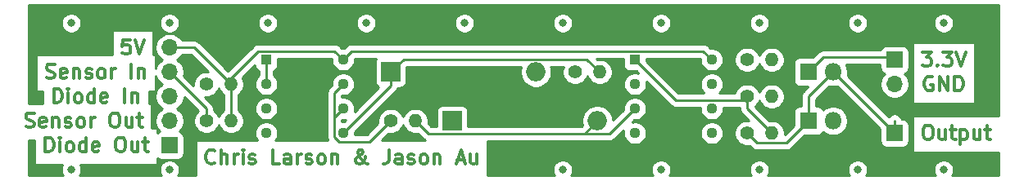
<source format=gbr>
%TF.GenerationSoftware,KiCad,Pcbnew,(5.1.9)-1*%
%TF.CreationDate,2021-04-14T17:12:49-04:00*%
%TF.ProjectId,HeartRateMonitor,48656172-7452-4617-9465-4d6f6e69746f,rev?*%
%TF.SameCoordinates,Original*%
%TF.FileFunction,Copper,L1,Top*%
%TF.FilePolarity,Positive*%
%FSLAX46Y46*%
G04 Gerber Fmt 4.6, Leading zero omitted, Abs format (unit mm)*
G04 Created by KiCad (PCBNEW (5.1.9)-1) date 2021-04-14 17:12:49*
%MOMM*%
%LPD*%
G01*
G04 APERTURE LIST*
%TA.AperFunction,NonConductor*%
%ADD10C,0.300000*%
%TD*%
%TA.AperFunction,ComponentPad*%
%ADD11O,1.800000X1.800000*%
%TD*%
%TA.AperFunction,ComponentPad*%
%ADD12R,1.800000X1.800000*%
%TD*%
%TA.AperFunction,ComponentPad*%
%ADD13O,1.700000X1.700000*%
%TD*%
%TA.AperFunction,ComponentPad*%
%ADD14R,1.700000X1.700000*%
%TD*%
%TA.AperFunction,ComponentPad*%
%ADD15C,1.130000*%
%TD*%
%TA.AperFunction,ComponentPad*%
%ADD16R,1.130000X1.130000*%
%TD*%
%TA.AperFunction,ComponentPad*%
%ADD17O,1.400000X1.400000*%
%TD*%
%TA.AperFunction,ComponentPad*%
%ADD18C,1.400000*%
%TD*%
%TA.AperFunction,ComponentPad*%
%ADD19O,2.000000X2.000000*%
%TD*%
%TA.AperFunction,ComponentPad*%
%ADD20R,2.000000X2.000000*%
%TD*%
%TA.AperFunction,ViaPad*%
%ADD21C,0.800000*%
%TD*%
%TA.AperFunction,Conductor*%
%ADD22C,0.250000*%
%TD*%
%TA.AperFunction,NonConductor*%
%ADD23C,0.254000*%
%TD*%
%TA.AperFunction,NonConductor*%
%ADD24C,0.100000*%
%TD*%
G04 APERTURE END LIST*
D10*
X75792857Y-104675714D02*
X75721428Y-104747142D01*
X75507142Y-104818571D01*
X75364285Y-104818571D01*
X75150000Y-104747142D01*
X75007142Y-104604285D01*
X74935714Y-104461428D01*
X74864285Y-104175714D01*
X74864285Y-103961428D01*
X74935714Y-103675714D01*
X75007142Y-103532857D01*
X75150000Y-103390000D01*
X75364285Y-103318571D01*
X75507142Y-103318571D01*
X75721428Y-103390000D01*
X75792857Y-103461428D01*
X76435714Y-104818571D02*
X76435714Y-103318571D01*
X77078571Y-104818571D02*
X77078571Y-104032857D01*
X77007142Y-103890000D01*
X76864285Y-103818571D01*
X76650000Y-103818571D01*
X76507142Y-103890000D01*
X76435714Y-103961428D01*
X77792857Y-104818571D02*
X77792857Y-103818571D01*
X77792857Y-104104285D02*
X77864285Y-103961428D01*
X77935714Y-103890000D01*
X78078571Y-103818571D01*
X78221428Y-103818571D01*
X78721428Y-104818571D02*
X78721428Y-103818571D01*
X78721428Y-103318571D02*
X78650000Y-103390000D01*
X78721428Y-103461428D01*
X78792857Y-103390000D01*
X78721428Y-103318571D01*
X78721428Y-103461428D01*
X79364285Y-104747142D02*
X79507142Y-104818571D01*
X79792857Y-104818571D01*
X79935714Y-104747142D01*
X80007142Y-104604285D01*
X80007142Y-104532857D01*
X79935714Y-104390000D01*
X79792857Y-104318571D01*
X79578571Y-104318571D01*
X79435714Y-104247142D01*
X79364285Y-104104285D01*
X79364285Y-104032857D01*
X79435714Y-103890000D01*
X79578571Y-103818571D01*
X79792857Y-103818571D01*
X79935714Y-103890000D01*
X82507142Y-104818571D02*
X81792857Y-104818571D01*
X81792857Y-103318571D01*
X83650000Y-104818571D02*
X83650000Y-104032857D01*
X83578571Y-103890000D01*
X83435714Y-103818571D01*
X83150000Y-103818571D01*
X83007142Y-103890000D01*
X83650000Y-104747142D02*
X83507142Y-104818571D01*
X83150000Y-104818571D01*
X83007142Y-104747142D01*
X82935714Y-104604285D01*
X82935714Y-104461428D01*
X83007142Y-104318571D01*
X83150000Y-104247142D01*
X83507142Y-104247142D01*
X83650000Y-104175714D01*
X84364285Y-104818571D02*
X84364285Y-103818571D01*
X84364285Y-104104285D02*
X84435714Y-103961428D01*
X84507142Y-103890000D01*
X84650000Y-103818571D01*
X84792857Y-103818571D01*
X85221428Y-104747142D02*
X85364285Y-104818571D01*
X85650000Y-104818571D01*
X85792857Y-104747142D01*
X85864285Y-104604285D01*
X85864285Y-104532857D01*
X85792857Y-104390000D01*
X85650000Y-104318571D01*
X85435714Y-104318571D01*
X85292857Y-104247142D01*
X85221428Y-104104285D01*
X85221428Y-104032857D01*
X85292857Y-103890000D01*
X85435714Y-103818571D01*
X85650000Y-103818571D01*
X85792857Y-103890000D01*
X86721428Y-104818571D02*
X86578571Y-104747142D01*
X86507142Y-104675714D01*
X86435714Y-104532857D01*
X86435714Y-104104285D01*
X86507142Y-103961428D01*
X86578571Y-103890000D01*
X86721428Y-103818571D01*
X86935714Y-103818571D01*
X87078571Y-103890000D01*
X87150000Y-103961428D01*
X87221428Y-104104285D01*
X87221428Y-104532857D01*
X87150000Y-104675714D01*
X87078571Y-104747142D01*
X86935714Y-104818571D01*
X86721428Y-104818571D01*
X87864285Y-103818571D02*
X87864285Y-104818571D01*
X87864285Y-103961428D02*
X87935714Y-103890000D01*
X88078571Y-103818571D01*
X88292857Y-103818571D01*
X88435714Y-103890000D01*
X88507142Y-104032857D01*
X88507142Y-104818571D01*
X91578571Y-104818571D02*
X91507142Y-104818571D01*
X91364285Y-104747142D01*
X91150000Y-104532857D01*
X90792857Y-104104285D01*
X90650000Y-103890000D01*
X90578571Y-103675714D01*
X90578571Y-103532857D01*
X90650000Y-103390000D01*
X90792857Y-103318571D01*
X90864285Y-103318571D01*
X91007142Y-103390000D01*
X91078571Y-103532857D01*
X91078571Y-103604285D01*
X91007142Y-103747142D01*
X90935714Y-103818571D01*
X90507142Y-104104285D01*
X90435714Y-104175714D01*
X90364285Y-104318571D01*
X90364285Y-104532857D01*
X90435714Y-104675714D01*
X90507142Y-104747142D01*
X90650000Y-104818571D01*
X90864285Y-104818571D01*
X91007142Y-104747142D01*
X91078571Y-104675714D01*
X91292857Y-104390000D01*
X91364285Y-104175714D01*
X91364285Y-104032857D01*
X93792857Y-103318571D02*
X93792857Y-104390000D01*
X93721428Y-104604285D01*
X93578571Y-104747142D01*
X93364285Y-104818571D01*
X93221428Y-104818571D01*
X95150000Y-104818571D02*
X95150000Y-104032857D01*
X95078571Y-103890000D01*
X94935714Y-103818571D01*
X94650000Y-103818571D01*
X94507142Y-103890000D01*
X95150000Y-104747142D02*
X95007142Y-104818571D01*
X94650000Y-104818571D01*
X94507142Y-104747142D01*
X94435714Y-104604285D01*
X94435714Y-104461428D01*
X94507142Y-104318571D01*
X94650000Y-104247142D01*
X95007142Y-104247142D01*
X95150000Y-104175714D01*
X95792857Y-104747142D02*
X95935714Y-104818571D01*
X96221428Y-104818571D01*
X96364285Y-104747142D01*
X96435714Y-104604285D01*
X96435714Y-104532857D01*
X96364285Y-104390000D01*
X96221428Y-104318571D01*
X96007142Y-104318571D01*
X95864285Y-104247142D01*
X95792857Y-104104285D01*
X95792857Y-104032857D01*
X95864285Y-103890000D01*
X96007142Y-103818571D01*
X96221428Y-103818571D01*
X96364285Y-103890000D01*
X97292857Y-104818571D02*
X97150000Y-104747142D01*
X97078571Y-104675714D01*
X97007142Y-104532857D01*
X97007142Y-104104285D01*
X97078571Y-103961428D01*
X97150000Y-103890000D01*
X97292857Y-103818571D01*
X97507142Y-103818571D01*
X97650000Y-103890000D01*
X97721428Y-103961428D01*
X97792857Y-104104285D01*
X97792857Y-104532857D01*
X97721428Y-104675714D01*
X97650000Y-104747142D01*
X97507142Y-104818571D01*
X97292857Y-104818571D01*
X98435714Y-103818571D02*
X98435714Y-104818571D01*
X98435714Y-103961428D02*
X98507142Y-103890000D01*
X98650000Y-103818571D01*
X98864285Y-103818571D01*
X99007142Y-103890000D01*
X99078571Y-104032857D01*
X99078571Y-104818571D01*
X100864285Y-104390000D02*
X101578571Y-104390000D01*
X100721428Y-104818571D02*
X101221428Y-103318571D01*
X101721428Y-104818571D01*
X102864285Y-103818571D02*
X102864285Y-104818571D01*
X102221428Y-103818571D02*
X102221428Y-104604285D01*
X102292857Y-104747142D01*
X102435714Y-104818571D01*
X102650000Y-104818571D01*
X102792857Y-104747142D01*
X102864285Y-104675714D01*
X149364285Y-100778571D02*
X149650000Y-100778571D01*
X149792857Y-100850000D01*
X149935714Y-100992857D01*
X150007142Y-101278571D01*
X150007142Y-101778571D01*
X149935714Y-102064285D01*
X149792857Y-102207142D01*
X149650000Y-102278571D01*
X149364285Y-102278571D01*
X149221428Y-102207142D01*
X149078571Y-102064285D01*
X149007142Y-101778571D01*
X149007142Y-101278571D01*
X149078571Y-100992857D01*
X149221428Y-100850000D01*
X149364285Y-100778571D01*
X151292857Y-101278571D02*
X151292857Y-102278571D01*
X150650000Y-101278571D02*
X150650000Y-102064285D01*
X150721428Y-102207142D01*
X150864285Y-102278571D01*
X151078571Y-102278571D01*
X151221428Y-102207142D01*
X151292857Y-102135714D01*
X151792857Y-101278571D02*
X152364285Y-101278571D01*
X152007142Y-100778571D02*
X152007142Y-102064285D01*
X152078571Y-102207142D01*
X152221428Y-102278571D01*
X152364285Y-102278571D01*
X152864285Y-101278571D02*
X152864285Y-102778571D01*
X152864285Y-101350000D02*
X153007142Y-101278571D01*
X153292857Y-101278571D01*
X153435714Y-101350000D01*
X153507142Y-101421428D01*
X153578571Y-101564285D01*
X153578571Y-101992857D01*
X153507142Y-102135714D01*
X153435714Y-102207142D01*
X153292857Y-102278571D01*
X153007142Y-102278571D01*
X152864285Y-102207142D01*
X154864285Y-101278571D02*
X154864285Y-102278571D01*
X154221428Y-101278571D02*
X154221428Y-102064285D01*
X154292857Y-102207142D01*
X154435714Y-102278571D01*
X154650000Y-102278571D01*
X154792857Y-102207142D01*
X154864285Y-102135714D01*
X155364285Y-101278571D02*
X155935714Y-101278571D01*
X155578571Y-100778571D02*
X155578571Y-102064285D01*
X155650000Y-102207142D01*
X155792857Y-102278571D01*
X155935714Y-102278571D01*
X148915714Y-93153571D02*
X149844285Y-93153571D01*
X149344285Y-93725000D01*
X149558571Y-93725000D01*
X149701428Y-93796428D01*
X149772857Y-93867857D01*
X149844285Y-94010714D01*
X149844285Y-94367857D01*
X149772857Y-94510714D01*
X149701428Y-94582142D01*
X149558571Y-94653571D01*
X149130000Y-94653571D01*
X148987142Y-94582142D01*
X148915714Y-94510714D01*
X150487142Y-94510714D02*
X150558571Y-94582142D01*
X150487142Y-94653571D01*
X150415714Y-94582142D01*
X150487142Y-94510714D01*
X150487142Y-94653571D01*
X151058571Y-93153571D02*
X151987142Y-93153571D01*
X151487142Y-93725000D01*
X151701428Y-93725000D01*
X151844285Y-93796428D01*
X151915714Y-93867857D01*
X151987142Y-94010714D01*
X151987142Y-94367857D01*
X151915714Y-94510714D01*
X151844285Y-94582142D01*
X151701428Y-94653571D01*
X151272857Y-94653571D01*
X151130000Y-94582142D01*
X151058571Y-94510714D01*
X152415714Y-93153571D02*
X152915714Y-94653571D01*
X153415714Y-93153571D01*
X149987142Y-95775000D02*
X149844285Y-95703571D01*
X149630000Y-95703571D01*
X149415714Y-95775000D01*
X149272857Y-95917857D01*
X149201428Y-96060714D01*
X149130000Y-96346428D01*
X149130000Y-96560714D01*
X149201428Y-96846428D01*
X149272857Y-96989285D01*
X149415714Y-97132142D01*
X149630000Y-97203571D01*
X149772857Y-97203571D01*
X149987142Y-97132142D01*
X150058571Y-97060714D01*
X150058571Y-96560714D01*
X149772857Y-96560714D01*
X150701428Y-97203571D02*
X150701428Y-95703571D01*
X151558571Y-97203571D01*
X151558571Y-95703571D01*
X152272857Y-97203571D02*
X152272857Y-95703571D01*
X152630000Y-95703571D01*
X152844285Y-95775000D01*
X152987142Y-95917857D01*
X153058571Y-96060714D01*
X153130000Y-96346428D01*
X153130000Y-96560714D01*
X153058571Y-96846428D01*
X152987142Y-96989285D01*
X152844285Y-97132142D01*
X152630000Y-97203571D01*
X152272857Y-97203571D01*
X58285714Y-103548571D02*
X58285714Y-102048571D01*
X58642857Y-102048571D01*
X58857142Y-102120000D01*
X59000000Y-102262857D01*
X59071428Y-102405714D01*
X59142857Y-102691428D01*
X59142857Y-102905714D01*
X59071428Y-103191428D01*
X59000000Y-103334285D01*
X58857142Y-103477142D01*
X58642857Y-103548571D01*
X58285714Y-103548571D01*
X59785714Y-103548571D02*
X59785714Y-102548571D01*
X59785714Y-102048571D02*
X59714285Y-102120000D01*
X59785714Y-102191428D01*
X59857142Y-102120000D01*
X59785714Y-102048571D01*
X59785714Y-102191428D01*
X60714285Y-103548571D02*
X60571428Y-103477142D01*
X60500000Y-103405714D01*
X60428571Y-103262857D01*
X60428571Y-102834285D01*
X60500000Y-102691428D01*
X60571428Y-102620000D01*
X60714285Y-102548571D01*
X60928571Y-102548571D01*
X61071428Y-102620000D01*
X61142857Y-102691428D01*
X61214285Y-102834285D01*
X61214285Y-103262857D01*
X61142857Y-103405714D01*
X61071428Y-103477142D01*
X60928571Y-103548571D01*
X60714285Y-103548571D01*
X62500000Y-103548571D02*
X62500000Y-102048571D01*
X62500000Y-103477142D02*
X62357142Y-103548571D01*
X62071428Y-103548571D01*
X61928571Y-103477142D01*
X61857142Y-103405714D01*
X61785714Y-103262857D01*
X61785714Y-102834285D01*
X61857142Y-102691428D01*
X61928571Y-102620000D01*
X62071428Y-102548571D01*
X62357142Y-102548571D01*
X62500000Y-102620000D01*
X63785714Y-103477142D02*
X63642857Y-103548571D01*
X63357142Y-103548571D01*
X63214285Y-103477142D01*
X63142857Y-103334285D01*
X63142857Y-102762857D01*
X63214285Y-102620000D01*
X63357142Y-102548571D01*
X63642857Y-102548571D01*
X63785714Y-102620000D01*
X63857142Y-102762857D01*
X63857142Y-102905714D01*
X63142857Y-103048571D01*
X65928571Y-102048571D02*
X66214285Y-102048571D01*
X66357142Y-102120000D01*
X66500000Y-102262857D01*
X66571428Y-102548571D01*
X66571428Y-103048571D01*
X66500000Y-103334285D01*
X66357142Y-103477142D01*
X66214285Y-103548571D01*
X65928571Y-103548571D01*
X65785714Y-103477142D01*
X65642857Y-103334285D01*
X65571428Y-103048571D01*
X65571428Y-102548571D01*
X65642857Y-102262857D01*
X65785714Y-102120000D01*
X65928571Y-102048571D01*
X67857142Y-102548571D02*
X67857142Y-103548571D01*
X67214285Y-102548571D02*
X67214285Y-103334285D01*
X67285714Y-103477142D01*
X67428571Y-103548571D01*
X67642857Y-103548571D01*
X67785714Y-103477142D01*
X67857142Y-103405714D01*
X68357142Y-102548571D02*
X68928571Y-102548571D01*
X68571428Y-102048571D02*
X68571428Y-103334285D01*
X68642857Y-103477142D01*
X68785714Y-103548571D01*
X68928571Y-103548571D01*
X56265714Y-100937142D02*
X56480000Y-101008571D01*
X56837142Y-101008571D01*
X56980000Y-100937142D01*
X57051428Y-100865714D01*
X57122857Y-100722857D01*
X57122857Y-100580000D01*
X57051428Y-100437142D01*
X56980000Y-100365714D01*
X56837142Y-100294285D01*
X56551428Y-100222857D01*
X56408571Y-100151428D01*
X56337142Y-100080000D01*
X56265714Y-99937142D01*
X56265714Y-99794285D01*
X56337142Y-99651428D01*
X56408571Y-99580000D01*
X56551428Y-99508571D01*
X56908571Y-99508571D01*
X57122857Y-99580000D01*
X58337142Y-100937142D02*
X58194285Y-101008571D01*
X57908571Y-101008571D01*
X57765714Y-100937142D01*
X57694285Y-100794285D01*
X57694285Y-100222857D01*
X57765714Y-100080000D01*
X57908571Y-100008571D01*
X58194285Y-100008571D01*
X58337142Y-100080000D01*
X58408571Y-100222857D01*
X58408571Y-100365714D01*
X57694285Y-100508571D01*
X59051428Y-100008571D02*
X59051428Y-101008571D01*
X59051428Y-100151428D02*
X59122857Y-100080000D01*
X59265714Y-100008571D01*
X59480000Y-100008571D01*
X59622857Y-100080000D01*
X59694285Y-100222857D01*
X59694285Y-101008571D01*
X60337142Y-100937142D02*
X60480000Y-101008571D01*
X60765714Y-101008571D01*
X60908571Y-100937142D01*
X60980000Y-100794285D01*
X60980000Y-100722857D01*
X60908571Y-100580000D01*
X60765714Y-100508571D01*
X60551428Y-100508571D01*
X60408571Y-100437142D01*
X60337142Y-100294285D01*
X60337142Y-100222857D01*
X60408571Y-100080000D01*
X60551428Y-100008571D01*
X60765714Y-100008571D01*
X60908571Y-100080000D01*
X61837142Y-101008571D02*
X61694285Y-100937142D01*
X61622857Y-100865714D01*
X61551428Y-100722857D01*
X61551428Y-100294285D01*
X61622857Y-100151428D01*
X61694285Y-100080000D01*
X61837142Y-100008571D01*
X62051428Y-100008571D01*
X62194285Y-100080000D01*
X62265714Y-100151428D01*
X62337142Y-100294285D01*
X62337142Y-100722857D01*
X62265714Y-100865714D01*
X62194285Y-100937142D01*
X62051428Y-101008571D01*
X61837142Y-101008571D01*
X62980000Y-101008571D02*
X62980000Y-100008571D01*
X62980000Y-100294285D02*
X63051428Y-100151428D01*
X63122857Y-100080000D01*
X63265714Y-100008571D01*
X63408571Y-100008571D01*
X65337142Y-99508571D02*
X65622857Y-99508571D01*
X65765714Y-99580000D01*
X65908571Y-99722857D01*
X65980000Y-100008571D01*
X65980000Y-100508571D01*
X65908571Y-100794285D01*
X65765714Y-100937142D01*
X65622857Y-101008571D01*
X65337142Y-101008571D01*
X65194285Y-100937142D01*
X65051428Y-100794285D01*
X64980000Y-100508571D01*
X64980000Y-100008571D01*
X65051428Y-99722857D01*
X65194285Y-99580000D01*
X65337142Y-99508571D01*
X67265714Y-100008571D02*
X67265714Y-101008571D01*
X66622857Y-100008571D02*
X66622857Y-100794285D01*
X66694285Y-100937142D01*
X66837142Y-101008571D01*
X67051428Y-101008571D01*
X67194285Y-100937142D01*
X67265714Y-100865714D01*
X67765714Y-100008571D02*
X68337142Y-100008571D01*
X67980000Y-99508571D02*
X67980000Y-100794285D01*
X68051428Y-100937142D01*
X68194285Y-101008571D01*
X68337142Y-101008571D01*
X59142857Y-98468571D02*
X59142857Y-96968571D01*
X59500000Y-96968571D01*
X59714285Y-97040000D01*
X59857142Y-97182857D01*
X59928571Y-97325714D01*
X60000000Y-97611428D01*
X60000000Y-97825714D01*
X59928571Y-98111428D01*
X59857142Y-98254285D01*
X59714285Y-98397142D01*
X59500000Y-98468571D01*
X59142857Y-98468571D01*
X60642857Y-98468571D02*
X60642857Y-97468571D01*
X60642857Y-96968571D02*
X60571428Y-97040000D01*
X60642857Y-97111428D01*
X60714285Y-97040000D01*
X60642857Y-96968571D01*
X60642857Y-97111428D01*
X61571428Y-98468571D02*
X61428571Y-98397142D01*
X61357142Y-98325714D01*
X61285714Y-98182857D01*
X61285714Y-97754285D01*
X61357142Y-97611428D01*
X61428571Y-97540000D01*
X61571428Y-97468571D01*
X61785714Y-97468571D01*
X61928571Y-97540000D01*
X62000000Y-97611428D01*
X62071428Y-97754285D01*
X62071428Y-98182857D01*
X62000000Y-98325714D01*
X61928571Y-98397142D01*
X61785714Y-98468571D01*
X61571428Y-98468571D01*
X63357142Y-98468571D02*
X63357142Y-96968571D01*
X63357142Y-98397142D02*
X63214285Y-98468571D01*
X62928571Y-98468571D01*
X62785714Y-98397142D01*
X62714285Y-98325714D01*
X62642857Y-98182857D01*
X62642857Y-97754285D01*
X62714285Y-97611428D01*
X62785714Y-97540000D01*
X62928571Y-97468571D01*
X63214285Y-97468571D01*
X63357142Y-97540000D01*
X64642857Y-98397142D02*
X64500000Y-98468571D01*
X64214285Y-98468571D01*
X64071428Y-98397142D01*
X64000000Y-98254285D01*
X64000000Y-97682857D01*
X64071428Y-97540000D01*
X64214285Y-97468571D01*
X64500000Y-97468571D01*
X64642857Y-97540000D01*
X64714285Y-97682857D01*
X64714285Y-97825714D01*
X64000000Y-97968571D01*
X66500000Y-98468571D02*
X66500000Y-96968571D01*
X67214285Y-97468571D02*
X67214285Y-98468571D01*
X67214285Y-97611428D02*
X67285714Y-97540000D01*
X67428571Y-97468571D01*
X67642857Y-97468571D01*
X67785714Y-97540000D01*
X67857142Y-97682857D01*
X67857142Y-98468571D01*
X58392857Y-95857142D02*
X58607142Y-95928571D01*
X58964285Y-95928571D01*
X59107142Y-95857142D01*
X59178571Y-95785714D01*
X59250000Y-95642857D01*
X59250000Y-95500000D01*
X59178571Y-95357142D01*
X59107142Y-95285714D01*
X58964285Y-95214285D01*
X58678571Y-95142857D01*
X58535714Y-95071428D01*
X58464285Y-95000000D01*
X58392857Y-94857142D01*
X58392857Y-94714285D01*
X58464285Y-94571428D01*
X58535714Y-94500000D01*
X58678571Y-94428571D01*
X59035714Y-94428571D01*
X59250000Y-94500000D01*
X60464285Y-95857142D02*
X60321428Y-95928571D01*
X60035714Y-95928571D01*
X59892857Y-95857142D01*
X59821428Y-95714285D01*
X59821428Y-95142857D01*
X59892857Y-95000000D01*
X60035714Y-94928571D01*
X60321428Y-94928571D01*
X60464285Y-95000000D01*
X60535714Y-95142857D01*
X60535714Y-95285714D01*
X59821428Y-95428571D01*
X61178571Y-94928571D02*
X61178571Y-95928571D01*
X61178571Y-95071428D02*
X61250000Y-95000000D01*
X61392857Y-94928571D01*
X61607142Y-94928571D01*
X61750000Y-95000000D01*
X61821428Y-95142857D01*
X61821428Y-95928571D01*
X62464285Y-95857142D02*
X62607142Y-95928571D01*
X62892857Y-95928571D01*
X63035714Y-95857142D01*
X63107142Y-95714285D01*
X63107142Y-95642857D01*
X63035714Y-95500000D01*
X62892857Y-95428571D01*
X62678571Y-95428571D01*
X62535714Y-95357142D01*
X62464285Y-95214285D01*
X62464285Y-95142857D01*
X62535714Y-95000000D01*
X62678571Y-94928571D01*
X62892857Y-94928571D01*
X63035714Y-95000000D01*
X63964285Y-95928571D02*
X63821428Y-95857142D01*
X63750000Y-95785714D01*
X63678571Y-95642857D01*
X63678571Y-95214285D01*
X63750000Y-95071428D01*
X63821428Y-95000000D01*
X63964285Y-94928571D01*
X64178571Y-94928571D01*
X64321428Y-95000000D01*
X64392857Y-95071428D01*
X64464285Y-95214285D01*
X64464285Y-95642857D01*
X64392857Y-95785714D01*
X64321428Y-95857142D01*
X64178571Y-95928571D01*
X63964285Y-95928571D01*
X65107142Y-95928571D02*
X65107142Y-94928571D01*
X65107142Y-95214285D02*
X65178571Y-95071428D01*
X65250000Y-95000000D01*
X65392857Y-94928571D01*
X65535714Y-94928571D01*
X67178571Y-95928571D02*
X67178571Y-94428571D01*
X67892857Y-94928571D02*
X67892857Y-95928571D01*
X67892857Y-95071428D02*
X67964285Y-95000000D01*
X68107142Y-94928571D01*
X68321428Y-94928571D01*
X68464285Y-95000000D01*
X68535714Y-95142857D01*
X68535714Y-95928571D01*
X67024285Y-91888571D02*
X66310000Y-91888571D01*
X66238571Y-92602857D01*
X66310000Y-92531428D01*
X66452857Y-92460000D01*
X66810000Y-92460000D01*
X66952857Y-92531428D01*
X67024285Y-92602857D01*
X67095714Y-92745714D01*
X67095714Y-93102857D01*
X67024285Y-93245714D01*
X66952857Y-93317142D01*
X66810000Y-93388571D01*
X66452857Y-93388571D01*
X66310000Y-93317142D01*
X66238571Y-93245714D01*
X67524285Y-91888571D02*
X68024285Y-93388571D01*
X68524285Y-91888571D01*
D11*
%TO.P,D1,2*%
%TO.N,Net-(D1-Pad2)*%
X139700000Y-95250000D03*
D12*
%TO.P,D1,1*%
%TO.N,Net-(D1-Pad1)*%
X137160000Y-95250000D03*
%TD*%
D13*
%TO.P,J3,2*%
%TO.N,Net-(CL1-Pad1)*%
X146050000Y-96520000D03*
D14*
%TO.P,J3,1*%
%TO.N,Net-(D1-Pad1)*%
X146050000Y-93980000D03*
%TD*%
%TO.P,J2,1*%
%TO.N,Net-(D1-Pad2)*%
X146050000Y-101600000D03*
%TD*%
D13*
%TO.P,J1,5*%
%TO.N,Net-(J1-Pad5)*%
X71120000Y-92710000D03*
%TO.P,J1,4*%
%TO.N,Net-(J1-Pad4)*%
X71120000Y-95250000D03*
%TO.P,J1,3*%
%TO.N,Net-(J1-Pad3)*%
X71120000Y-97790000D03*
%TO.P,J1,2*%
%TO.N,Net-(CL1-Pad1)*%
X71120000Y-100330000D03*
D14*
%TO.P,J1,1*%
X71120000Y-102870000D03*
%TD*%
D11*
%TO.P,D2,2*%
%TO.N,Net-(CL1-Pad1)*%
X139700000Y-100330000D03*
D12*
%TO.P,D2,1*%
%TO.N,Net-(D1-Pad2)*%
X137160000Y-100330000D03*
%TD*%
D15*
%TO.P,U2,8*%
%TO.N,Net-(J1-Pad5)*%
X127160000Y-93980000D03*
%TO.P,U2,7*%
%TO.N,N/C*%
X127160000Y-96520000D03*
%TO.P,U2,6*%
X127160000Y-99060000D03*
%TO.P,U2,5*%
X127160000Y-101600000D03*
%TO.P,U2,4*%
%TO.N,Net-(CL1-Pad1)*%
X119220000Y-101600000D03*
%TO.P,U2,3*%
%TO.N,Net-(CL1-Pad2)*%
X119220000Y-99060000D03*
%TO.P,U2,2*%
%TO.N,Net-(R1-Pad1)*%
X119220000Y-96520000D03*
D16*
%TO.P,U2,1*%
%TO.N,Net-(R2-Pad1)*%
X119220000Y-93980000D03*
%TD*%
D15*
%TO.P,U1,8*%
%TO.N,Net-(J1-Pad5)*%
X89060000Y-93980000D03*
%TO.P,U1,7*%
%TO.N,Net-(RL1-Pad1)*%
X89060000Y-96520000D03*
%TO.P,U1,6*%
X89060000Y-99060000D03*
%TO.P,U1,5*%
%TO.N,Net-(CH1-Pad1)*%
X89060000Y-101600000D03*
%TO.P,U1,4*%
%TO.N,Net-(CL1-Pad1)*%
X81120000Y-101600000D03*
%TO.P,U1,3*%
%TO.N,Net-(J1-Pad3)*%
X81120000Y-99060000D03*
%TO.P,U1,2*%
%TO.N,Net-(CH1-Pad2)*%
X81120000Y-96520000D03*
D16*
%TO.P,U1,1*%
X81120000Y-93980000D03*
%TD*%
D17*
%TO.P,RL2,2*%
%TO.N,Net-(J1-Pad5)*%
X77470000Y-96520000D03*
D18*
%TO.P,RL2,1*%
%TO.N,Net-(J1-Pad3)*%
X74930000Y-96520000D03*
%TD*%
D17*
%TO.P,RL1,2*%
%TO.N,Net-(CL1-Pad2)*%
X96520000Y-100330000D03*
D18*
%TO.P,RL1,1*%
%TO.N,Net-(RL1-Pad1)*%
X93980000Y-100330000D03*
%TD*%
D17*
%TO.P,RH1,2*%
%TO.N,Net-(CH1-Pad1)*%
X115570000Y-95250000D03*
D18*
%TO.P,RH1,1*%
%TO.N,Net-(CL1-Pad1)*%
X113030000Y-95250000D03*
%TD*%
D17*
%TO.P,RF1,2*%
%TO.N,Net-(J1-Pad5)*%
X77470000Y-100330000D03*
D18*
%TO.P,RF1,1*%
%TO.N,Net-(J1-Pad4)*%
X74930000Y-100330000D03*
%TD*%
D17*
%TO.P,R4,2*%
%TO.N,Net-(R2-Pad1)*%
X133350000Y-101600000D03*
D18*
%TO.P,R4,1*%
%TO.N,Net-(D1-Pad2)*%
X130810000Y-101600000D03*
%TD*%
D17*
%TO.P,R2,2*%
%TO.N,Net-(R1-Pad1)*%
X133350000Y-97790000D03*
D18*
%TO.P,R2,1*%
%TO.N,Net-(R2-Pad1)*%
X130810000Y-97790000D03*
%TD*%
D17*
%TO.P,R1,2*%
%TO.N,Net-(CL1-Pad1)*%
X133350000Y-93980000D03*
D18*
%TO.P,R1,1*%
%TO.N,Net-(R1-Pad1)*%
X130810000Y-93980000D03*
%TD*%
D19*
%TO.P,CL1,2*%
%TO.N,Net-(CL1-Pad2)*%
X115330000Y-100330000D03*
D20*
%TO.P,CL1,1*%
%TO.N,Net-(CL1-Pad1)*%
X100330000Y-100330000D03*
%TD*%
D19*
%TO.P,CH1,2*%
%TO.N,Net-(CH1-Pad2)*%
X108980000Y-95250000D03*
D20*
%TO.P,CH1,1*%
%TO.N,Net-(CH1-Pad1)*%
X93980000Y-95250000D03*
%TD*%
D21*
%TO.N,*%
X71120000Y-90170000D03*
X81280000Y-90170000D03*
X60960000Y-90170000D03*
X91440000Y-90170000D03*
X101600000Y-90170000D03*
X111760000Y-90170000D03*
X121920000Y-90170000D03*
X132080000Y-90170000D03*
X142240000Y-90170000D03*
X151130000Y-90170000D03*
X151130000Y-105410000D03*
X142240000Y-105410000D03*
X132080000Y-105410000D03*
X121920000Y-105410000D03*
X111760000Y-105410000D03*
X71120000Y-105410000D03*
X60960000Y-105410000D03*
%TD*%
D22*
%TO.N,Net-(CH1-Pad2)*%
X81120000Y-96520000D02*
X81120000Y-93980000D01*
%TO.N,Net-(CH1-Pad1)*%
X93980000Y-96680000D02*
X93980000Y-95250000D01*
X89060000Y-101600000D02*
X93980000Y-96680000D01*
X114244999Y-93924999D02*
X115570000Y-95250000D01*
X95305001Y-93924999D02*
X114244999Y-93924999D01*
X93980000Y-95250000D02*
X95305001Y-93924999D01*
%TO.N,Net-(CL1-Pad2)*%
X114004999Y-101655001D02*
X115330000Y-100330000D01*
X97845001Y-101655001D02*
X114004999Y-101655001D01*
X116624999Y-101655001D02*
X119220000Y-99060000D01*
X97845001Y-101655001D02*
X116624999Y-101655001D01*
X96520000Y-100330000D02*
X97845001Y-101655001D01*
%TO.N,Net-(R2-Pad1)*%
X130430001Y-98169999D02*
X130810000Y-97790000D01*
X123409999Y-98169999D02*
X130430001Y-98169999D01*
X119220000Y-93980000D02*
X123409999Y-98169999D01*
X130810000Y-99060000D02*
X133350000Y-101600000D01*
X130810000Y-97790000D02*
X130810000Y-99060000D01*
%TO.N,Net-(RL1-Pad1)*%
X88169999Y-99950001D02*
X88169999Y-102027201D01*
X89060000Y-99060000D02*
X88169999Y-99950001D01*
X91819999Y-102490001D02*
X93980000Y-100330000D01*
X88632799Y-102490001D02*
X91819999Y-102490001D01*
X88169999Y-102027201D02*
X88632799Y-102490001D01*
X88169999Y-97410001D02*
X88169999Y-102027201D01*
X89060000Y-96520000D02*
X88169999Y-97410001D01*
%TO.N,Net-(D1-Pad2)*%
X134864999Y-102625001D02*
X137160000Y-100330000D01*
X131835001Y-102625001D02*
X134864999Y-102625001D01*
X130810000Y-101600000D02*
X131835001Y-102625001D01*
X146050000Y-101600000D02*
X146050000Y-100330000D01*
X146050000Y-101600000D02*
X139700000Y-95250000D01*
X137160000Y-97790000D02*
X139700000Y-95250000D01*
X137160000Y-100330000D02*
X137160000Y-97790000D01*
%TO.N,Net-(D1-Pad1)*%
X145794999Y-93724999D02*
X146050000Y-93980000D01*
X138685001Y-93724999D02*
X145794999Y-93724999D01*
X137160000Y-95250000D02*
X138685001Y-93724999D01*
%TO.N,Net-(J1-Pad4)*%
X74930000Y-99060000D02*
X74930000Y-100330000D01*
X71120000Y-95250000D02*
X74930000Y-99060000D01*
%TO.N,Net-(J1-Pad5)*%
X77470000Y-95914998D02*
X77470000Y-96520000D01*
X80294999Y-93089999D02*
X77470000Y-95914998D01*
X88169999Y-93089999D02*
X80294999Y-93089999D01*
X89060000Y-93980000D02*
X88169999Y-93089999D01*
X77470000Y-96520000D02*
X77470000Y-100330000D01*
X73660000Y-92710000D02*
X77470000Y-96520000D01*
X71120000Y-92710000D02*
X73660000Y-92710000D01*
X89950001Y-93089999D02*
X89060000Y-93980000D01*
X126269999Y-93089999D02*
X89950001Y-93089999D01*
X127160000Y-93980000D02*
X126269999Y-93089999D01*
%TD*%
D23*
X57143572Y-104900000D02*
X60055987Y-104900000D01*
X60042795Y-104919744D01*
X59964774Y-105108102D01*
X59925000Y-105308061D01*
X59925000Y-105511939D01*
X59964774Y-105711898D01*
X60042795Y-105900256D01*
X60106101Y-105995000D01*
X56565000Y-105995000D01*
X56565000Y-102360000D01*
X57143572Y-102360000D01*
X57143572Y-104900000D01*
%TA.AperFunction,NonConductor*%
D24*
G36*
X57143572Y-104900000D02*
G01*
X60055987Y-104900000D01*
X60042795Y-104919744D01*
X59964774Y-105108102D01*
X59925000Y-105308061D01*
X59925000Y-105511939D01*
X59964774Y-105711898D01*
X60042795Y-105900256D01*
X60106101Y-105995000D01*
X56565000Y-105995000D01*
X56565000Y-102360000D01*
X57143572Y-102360000D01*
X57143572Y-104900000D01*
G37*
%TD.AperFunction*%
D23*
X87861163Y-93855964D02*
X87860000Y-93861810D01*
X87860000Y-94098190D01*
X87906116Y-94330027D01*
X87996574Y-94548413D01*
X88127899Y-94744955D01*
X88295045Y-94912101D01*
X88491587Y-95043426D01*
X88709973Y-95133884D01*
X88941810Y-95180000D01*
X89178190Y-95180000D01*
X89410027Y-95133884D01*
X89628413Y-95043426D01*
X89824955Y-94912101D01*
X89992101Y-94744955D01*
X90123426Y-94548413D01*
X90213884Y-94330027D01*
X90260000Y-94098190D01*
X90260000Y-93861810D01*
X90258837Y-93855965D01*
X90264803Y-93849999D01*
X92486810Y-93849999D01*
X92449463Y-93895506D01*
X92390498Y-94005820D01*
X92354188Y-94125518D01*
X92341928Y-94250000D01*
X92341928Y-96250000D01*
X92354188Y-96374482D01*
X92390498Y-96494180D01*
X92449463Y-96604494D01*
X92528815Y-96701185D01*
X92625506Y-96780537D01*
X92735820Y-96839502D01*
X92743398Y-96841801D01*
X90223497Y-99361702D01*
X90260000Y-99178190D01*
X90260000Y-98941810D01*
X90213884Y-98709973D01*
X90123426Y-98491587D01*
X89992101Y-98295045D01*
X89824955Y-98127899D01*
X89628413Y-97996574D01*
X89410027Y-97906116D01*
X89178190Y-97860000D01*
X88941810Y-97860000D01*
X88929999Y-97862349D01*
X88929999Y-97724803D01*
X88935964Y-97718837D01*
X88941810Y-97720000D01*
X89178190Y-97720000D01*
X89410027Y-97673884D01*
X89628413Y-97583426D01*
X89824955Y-97452101D01*
X89992101Y-97284955D01*
X90123426Y-97088413D01*
X90213884Y-96870027D01*
X90260000Y-96638190D01*
X90260000Y-96401810D01*
X90213884Y-96169973D01*
X90123426Y-95951587D01*
X89992101Y-95755045D01*
X89824955Y-95587899D01*
X89628413Y-95456574D01*
X89410027Y-95366116D01*
X89178190Y-95320000D01*
X88941810Y-95320000D01*
X88709973Y-95366116D01*
X88491587Y-95456574D01*
X88295045Y-95587899D01*
X88127899Y-95755045D01*
X87996574Y-95951587D01*
X87906116Y-96169973D01*
X87860000Y-96401810D01*
X87860000Y-96638190D01*
X87861163Y-96644036D01*
X87659001Y-96846198D01*
X87629998Y-96870000D01*
X87574870Y-96937175D01*
X87535025Y-96985725D01*
X87482603Y-97083799D01*
X87464453Y-97117755D01*
X87420996Y-97261016D01*
X87409999Y-97372669D01*
X87409999Y-97372679D01*
X87406323Y-97410001D01*
X87409999Y-97447324D01*
X87410000Y-99912664D01*
X87409999Y-99912669D01*
X87409999Y-99912679D01*
X87406323Y-99950001D01*
X87409999Y-99987324D01*
X87410000Y-101020027D01*
X87410000Y-101989869D01*
X87406323Y-102027201D01*
X87410000Y-102064534D01*
X87420997Y-102176187D01*
X87433923Y-102218800D01*
X87464453Y-102319447D01*
X87480784Y-102350000D01*
X82062094Y-102350000D01*
X82183426Y-102168413D01*
X82273884Y-101950027D01*
X82320000Y-101718190D01*
X82320000Y-101481810D01*
X82273884Y-101249973D01*
X82183426Y-101031587D01*
X82052101Y-100835045D01*
X81884955Y-100667899D01*
X81688413Y-100536574D01*
X81470027Y-100446116D01*
X81238190Y-100400000D01*
X81001810Y-100400000D01*
X80769973Y-100446116D01*
X80551587Y-100536574D01*
X80355045Y-100667899D01*
X80187899Y-100835045D01*
X80056574Y-101031587D01*
X79966116Y-101249973D01*
X79920000Y-101481810D01*
X79920000Y-101718190D01*
X79966116Y-101950027D01*
X80056574Y-102168413D01*
X80177906Y-102350000D01*
X73793572Y-102350000D01*
X73793572Y-105995000D01*
X71973899Y-105995000D01*
X72037205Y-105900256D01*
X72115226Y-105711898D01*
X72155000Y-105511939D01*
X72155000Y-105308061D01*
X72115226Y-105108102D01*
X72037205Y-104919744D01*
X71923937Y-104750226D01*
X71779774Y-104606063D01*
X71610256Y-104492795D01*
X71421898Y-104414774D01*
X71221939Y-104375000D01*
X71018061Y-104375000D01*
X70818102Y-104414774D01*
X70629744Y-104492795D01*
X70460226Y-104606063D01*
X70316063Y-104750226D01*
X70202795Y-104919744D01*
X70124774Y-105108102D01*
X70085000Y-105308061D01*
X70085000Y-105511939D01*
X70124774Y-105711898D01*
X70202795Y-105900256D01*
X70266101Y-105995000D01*
X61813899Y-105995000D01*
X61877205Y-105900256D01*
X61955226Y-105711898D01*
X61995000Y-105511939D01*
X61995000Y-105308061D01*
X61955226Y-105108102D01*
X61877205Y-104919744D01*
X61864013Y-104900000D01*
X69856429Y-104900000D01*
X69856429Y-104202054D01*
X69915506Y-104250537D01*
X70025820Y-104309502D01*
X70145518Y-104345812D01*
X70270000Y-104358072D01*
X71970000Y-104358072D01*
X72094482Y-104345812D01*
X72214180Y-104309502D01*
X72324494Y-104250537D01*
X72421185Y-104171185D01*
X72500537Y-104074494D01*
X72559502Y-103964180D01*
X72595812Y-103844482D01*
X72608072Y-103720000D01*
X72608072Y-102020000D01*
X72595812Y-101895518D01*
X72559502Y-101775820D01*
X72500537Y-101665506D01*
X72421185Y-101568815D01*
X72324494Y-101489463D01*
X72214180Y-101430498D01*
X72141620Y-101408487D01*
X72273475Y-101276632D01*
X72435990Y-101033411D01*
X72547932Y-100763158D01*
X72605000Y-100476260D01*
X72605000Y-100183740D01*
X72547932Y-99896842D01*
X72435990Y-99626589D01*
X72273475Y-99383368D01*
X72066632Y-99176525D01*
X71892240Y-99060000D01*
X72066632Y-98943475D01*
X72273475Y-98736632D01*
X72435990Y-98493411D01*
X72547932Y-98223158D01*
X72605000Y-97936260D01*
X72605000Y-97809802D01*
X74084531Y-99289333D01*
X74078987Y-99293038D01*
X73893038Y-99478987D01*
X73746939Y-99697641D01*
X73646304Y-99940595D01*
X73595000Y-100198514D01*
X73595000Y-100461486D01*
X73646304Y-100719405D01*
X73746939Y-100962359D01*
X73893038Y-101181013D01*
X74078987Y-101366962D01*
X74297641Y-101513061D01*
X74540595Y-101613696D01*
X74798514Y-101665000D01*
X75061486Y-101665000D01*
X75319405Y-101613696D01*
X75562359Y-101513061D01*
X75781013Y-101366962D01*
X75966962Y-101181013D01*
X76113061Y-100962359D01*
X76200000Y-100752470D01*
X76286939Y-100962359D01*
X76433038Y-101181013D01*
X76618987Y-101366962D01*
X76837641Y-101513061D01*
X77080595Y-101613696D01*
X77338514Y-101665000D01*
X77601486Y-101665000D01*
X77859405Y-101613696D01*
X78102359Y-101513061D01*
X78321013Y-101366962D01*
X78506962Y-101181013D01*
X78653061Y-100962359D01*
X78753696Y-100719405D01*
X78805000Y-100461486D01*
X78805000Y-100198514D01*
X78753696Y-99940595D01*
X78653061Y-99697641D01*
X78506962Y-99478987D01*
X78321013Y-99293038D01*
X78230000Y-99232225D01*
X78230000Y-98941810D01*
X79920000Y-98941810D01*
X79920000Y-99178190D01*
X79966116Y-99410027D01*
X80056574Y-99628413D01*
X80187899Y-99824955D01*
X80355045Y-99992101D01*
X80551587Y-100123426D01*
X80769973Y-100213884D01*
X81001810Y-100260000D01*
X81238190Y-100260000D01*
X81470027Y-100213884D01*
X81688413Y-100123426D01*
X81884955Y-99992101D01*
X82052101Y-99824955D01*
X82183426Y-99628413D01*
X82273884Y-99410027D01*
X82320000Y-99178190D01*
X82320000Y-98941810D01*
X82273884Y-98709973D01*
X82183426Y-98491587D01*
X82052101Y-98295045D01*
X81884955Y-98127899D01*
X81688413Y-97996574D01*
X81470027Y-97906116D01*
X81238190Y-97860000D01*
X81001810Y-97860000D01*
X80769973Y-97906116D01*
X80551587Y-97996574D01*
X80355045Y-98127899D01*
X80187899Y-98295045D01*
X80056574Y-98491587D01*
X79966116Y-98709973D01*
X79920000Y-98941810D01*
X78230000Y-98941810D01*
X78230000Y-97617775D01*
X78321013Y-97556962D01*
X78506962Y-97371013D01*
X78653061Y-97152359D01*
X78753696Y-96909405D01*
X78805000Y-96651486D01*
X78805000Y-96388514D01*
X78753696Y-96130595D01*
X78653061Y-95887641D01*
X78620656Y-95839143D01*
X79916928Y-94542872D01*
X79916928Y-94545000D01*
X79929188Y-94669482D01*
X79965498Y-94789180D01*
X80024463Y-94899494D01*
X80103815Y-94996185D01*
X80200506Y-95075537D01*
X80310820Y-95134502D01*
X80360001Y-95149421D01*
X80360000Y-95584588D01*
X80355045Y-95587899D01*
X80187899Y-95755045D01*
X80056574Y-95951587D01*
X79966116Y-96169973D01*
X79920000Y-96401810D01*
X79920000Y-96638190D01*
X79966116Y-96870027D01*
X80056574Y-97088413D01*
X80187899Y-97284955D01*
X80355045Y-97452101D01*
X80551587Y-97583426D01*
X80769973Y-97673884D01*
X81001810Y-97720000D01*
X81238190Y-97720000D01*
X81470027Y-97673884D01*
X81688413Y-97583426D01*
X81884955Y-97452101D01*
X82052101Y-97284955D01*
X82183426Y-97088413D01*
X82273884Y-96870027D01*
X82320000Y-96638190D01*
X82320000Y-96401810D01*
X82273884Y-96169973D01*
X82183426Y-95951587D01*
X82052101Y-95755045D01*
X81884955Y-95587899D01*
X81880000Y-95584588D01*
X81880000Y-95149421D01*
X81929180Y-95134502D01*
X82039494Y-95075537D01*
X82136185Y-94996185D01*
X82215537Y-94899494D01*
X82274502Y-94789180D01*
X82310812Y-94669482D01*
X82323072Y-94545000D01*
X82323072Y-93849999D01*
X87855197Y-93849999D01*
X87861163Y-93855964D01*
%TA.AperFunction,NonConductor*%
D24*
G36*
X87861163Y-93855964D02*
G01*
X87860000Y-93861810D01*
X87860000Y-94098190D01*
X87906116Y-94330027D01*
X87996574Y-94548413D01*
X88127899Y-94744955D01*
X88295045Y-94912101D01*
X88491587Y-95043426D01*
X88709973Y-95133884D01*
X88941810Y-95180000D01*
X89178190Y-95180000D01*
X89410027Y-95133884D01*
X89628413Y-95043426D01*
X89824955Y-94912101D01*
X89992101Y-94744955D01*
X90123426Y-94548413D01*
X90213884Y-94330027D01*
X90260000Y-94098190D01*
X90260000Y-93861810D01*
X90258837Y-93855965D01*
X90264803Y-93849999D01*
X92486810Y-93849999D01*
X92449463Y-93895506D01*
X92390498Y-94005820D01*
X92354188Y-94125518D01*
X92341928Y-94250000D01*
X92341928Y-96250000D01*
X92354188Y-96374482D01*
X92390498Y-96494180D01*
X92449463Y-96604494D01*
X92528815Y-96701185D01*
X92625506Y-96780537D01*
X92735820Y-96839502D01*
X92743398Y-96841801D01*
X90223497Y-99361702D01*
X90260000Y-99178190D01*
X90260000Y-98941810D01*
X90213884Y-98709973D01*
X90123426Y-98491587D01*
X89992101Y-98295045D01*
X89824955Y-98127899D01*
X89628413Y-97996574D01*
X89410027Y-97906116D01*
X89178190Y-97860000D01*
X88941810Y-97860000D01*
X88929999Y-97862349D01*
X88929999Y-97724803D01*
X88935964Y-97718837D01*
X88941810Y-97720000D01*
X89178190Y-97720000D01*
X89410027Y-97673884D01*
X89628413Y-97583426D01*
X89824955Y-97452101D01*
X89992101Y-97284955D01*
X90123426Y-97088413D01*
X90213884Y-96870027D01*
X90260000Y-96638190D01*
X90260000Y-96401810D01*
X90213884Y-96169973D01*
X90123426Y-95951587D01*
X89992101Y-95755045D01*
X89824955Y-95587899D01*
X89628413Y-95456574D01*
X89410027Y-95366116D01*
X89178190Y-95320000D01*
X88941810Y-95320000D01*
X88709973Y-95366116D01*
X88491587Y-95456574D01*
X88295045Y-95587899D01*
X88127899Y-95755045D01*
X87996574Y-95951587D01*
X87906116Y-96169973D01*
X87860000Y-96401810D01*
X87860000Y-96638190D01*
X87861163Y-96644036D01*
X87659001Y-96846198D01*
X87629998Y-96870000D01*
X87574870Y-96937175D01*
X87535025Y-96985725D01*
X87482603Y-97083799D01*
X87464453Y-97117755D01*
X87420996Y-97261016D01*
X87409999Y-97372669D01*
X87409999Y-97372679D01*
X87406323Y-97410001D01*
X87409999Y-97447324D01*
X87410000Y-99912664D01*
X87409999Y-99912669D01*
X87409999Y-99912679D01*
X87406323Y-99950001D01*
X87409999Y-99987324D01*
X87410000Y-101020027D01*
X87410000Y-101989869D01*
X87406323Y-102027201D01*
X87410000Y-102064534D01*
X87420997Y-102176187D01*
X87433923Y-102218800D01*
X87464453Y-102319447D01*
X87480784Y-102350000D01*
X82062094Y-102350000D01*
X82183426Y-102168413D01*
X82273884Y-101950027D01*
X82320000Y-101718190D01*
X82320000Y-101481810D01*
X82273884Y-101249973D01*
X82183426Y-101031587D01*
X82052101Y-100835045D01*
X81884955Y-100667899D01*
X81688413Y-100536574D01*
X81470027Y-100446116D01*
X81238190Y-100400000D01*
X81001810Y-100400000D01*
X80769973Y-100446116D01*
X80551587Y-100536574D01*
X80355045Y-100667899D01*
X80187899Y-100835045D01*
X80056574Y-101031587D01*
X79966116Y-101249973D01*
X79920000Y-101481810D01*
X79920000Y-101718190D01*
X79966116Y-101950027D01*
X80056574Y-102168413D01*
X80177906Y-102350000D01*
X73793572Y-102350000D01*
X73793572Y-105995000D01*
X71973899Y-105995000D01*
X72037205Y-105900256D01*
X72115226Y-105711898D01*
X72155000Y-105511939D01*
X72155000Y-105308061D01*
X72115226Y-105108102D01*
X72037205Y-104919744D01*
X71923937Y-104750226D01*
X71779774Y-104606063D01*
X71610256Y-104492795D01*
X71421898Y-104414774D01*
X71221939Y-104375000D01*
X71018061Y-104375000D01*
X70818102Y-104414774D01*
X70629744Y-104492795D01*
X70460226Y-104606063D01*
X70316063Y-104750226D01*
X70202795Y-104919744D01*
X70124774Y-105108102D01*
X70085000Y-105308061D01*
X70085000Y-105511939D01*
X70124774Y-105711898D01*
X70202795Y-105900256D01*
X70266101Y-105995000D01*
X61813899Y-105995000D01*
X61877205Y-105900256D01*
X61955226Y-105711898D01*
X61995000Y-105511939D01*
X61995000Y-105308061D01*
X61955226Y-105108102D01*
X61877205Y-104919744D01*
X61864013Y-104900000D01*
X69856429Y-104900000D01*
X69856429Y-104202054D01*
X69915506Y-104250537D01*
X70025820Y-104309502D01*
X70145518Y-104345812D01*
X70270000Y-104358072D01*
X71970000Y-104358072D01*
X72094482Y-104345812D01*
X72214180Y-104309502D01*
X72324494Y-104250537D01*
X72421185Y-104171185D01*
X72500537Y-104074494D01*
X72559502Y-103964180D01*
X72595812Y-103844482D01*
X72608072Y-103720000D01*
X72608072Y-102020000D01*
X72595812Y-101895518D01*
X72559502Y-101775820D01*
X72500537Y-101665506D01*
X72421185Y-101568815D01*
X72324494Y-101489463D01*
X72214180Y-101430498D01*
X72141620Y-101408487D01*
X72273475Y-101276632D01*
X72435990Y-101033411D01*
X72547932Y-100763158D01*
X72605000Y-100476260D01*
X72605000Y-100183740D01*
X72547932Y-99896842D01*
X72435990Y-99626589D01*
X72273475Y-99383368D01*
X72066632Y-99176525D01*
X71892240Y-99060000D01*
X72066632Y-98943475D01*
X72273475Y-98736632D01*
X72435990Y-98493411D01*
X72547932Y-98223158D01*
X72605000Y-97936260D01*
X72605000Y-97809802D01*
X74084531Y-99289333D01*
X74078987Y-99293038D01*
X73893038Y-99478987D01*
X73746939Y-99697641D01*
X73646304Y-99940595D01*
X73595000Y-100198514D01*
X73595000Y-100461486D01*
X73646304Y-100719405D01*
X73746939Y-100962359D01*
X73893038Y-101181013D01*
X74078987Y-101366962D01*
X74297641Y-101513061D01*
X74540595Y-101613696D01*
X74798514Y-101665000D01*
X75061486Y-101665000D01*
X75319405Y-101613696D01*
X75562359Y-101513061D01*
X75781013Y-101366962D01*
X75966962Y-101181013D01*
X76113061Y-100962359D01*
X76200000Y-100752470D01*
X76286939Y-100962359D01*
X76433038Y-101181013D01*
X76618987Y-101366962D01*
X76837641Y-101513061D01*
X77080595Y-101613696D01*
X77338514Y-101665000D01*
X77601486Y-101665000D01*
X77859405Y-101613696D01*
X78102359Y-101513061D01*
X78321013Y-101366962D01*
X78506962Y-101181013D01*
X78653061Y-100962359D01*
X78753696Y-100719405D01*
X78805000Y-100461486D01*
X78805000Y-100198514D01*
X78753696Y-99940595D01*
X78653061Y-99697641D01*
X78506962Y-99478987D01*
X78321013Y-99293038D01*
X78230000Y-99232225D01*
X78230000Y-98941810D01*
X79920000Y-98941810D01*
X79920000Y-99178190D01*
X79966116Y-99410027D01*
X80056574Y-99628413D01*
X80187899Y-99824955D01*
X80355045Y-99992101D01*
X80551587Y-100123426D01*
X80769973Y-100213884D01*
X81001810Y-100260000D01*
X81238190Y-100260000D01*
X81470027Y-100213884D01*
X81688413Y-100123426D01*
X81884955Y-99992101D01*
X82052101Y-99824955D01*
X82183426Y-99628413D01*
X82273884Y-99410027D01*
X82320000Y-99178190D01*
X82320000Y-98941810D01*
X82273884Y-98709973D01*
X82183426Y-98491587D01*
X82052101Y-98295045D01*
X81884955Y-98127899D01*
X81688413Y-97996574D01*
X81470027Y-97906116D01*
X81238190Y-97860000D01*
X81001810Y-97860000D01*
X80769973Y-97906116D01*
X80551587Y-97996574D01*
X80355045Y-98127899D01*
X80187899Y-98295045D01*
X80056574Y-98491587D01*
X79966116Y-98709973D01*
X79920000Y-98941810D01*
X78230000Y-98941810D01*
X78230000Y-97617775D01*
X78321013Y-97556962D01*
X78506962Y-97371013D01*
X78653061Y-97152359D01*
X78753696Y-96909405D01*
X78805000Y-96651486D01*
X78805000Y-96388514D01*
X78753696Y-96130595D01*
X78653061Y-95887641D01*
X78620656Y-95839143D01*
X79916928Y-94542872D01*
X79916928Y-94545000D01*
X79929188Y-94669482D01*
X79965498Y-94789180D01*
X80024463Y-94899494D01*
X80103815Y-94996185D01*
X80200506Y-95075537D01*
X80310820Y-95134502D01*
X80360001Y-95149421D01*
X80360000Y-95584588D01*
X80355045Y-95587899D01*
X80187899Y-95755045D01*
X80056574Y-95951587D01*
X79966116Y-96169973D01*
X79920000Y-96401810D01*
X79920000Y-96638190D01*
X79966116Y-96870027D01*
X80056574Y-97088413D01*
X80187899Y-97284955D01*
X80355045Y-97452101D01*
X80551587Y-97583426D01*
X80769973Y-97673884D01*
X81001810Y-97720000D01*
X81238190Y-97720000D01*
X81470027Y-97673884D01*
X81688413Y-97583426D01*
X81884955Y-97452101D01*
X82052101Y-97284955D01*
X82183426Y-97088413D01*
X82273884Y-96870027D01*
X82320000Y-96638190D01*
X82320000Y-96401810D01*
X82273884Y-96169973D01*
X82183426Y-95951587D01*
X82052101Y-95755045D01*
X81884955Y-95587899D01*
X81880000Y-95584588D01*
X81880000Y-95149421D01*
X81929180Y-95134502D01*
X82039494Y-95075537D01*
X82136185Y-94996185D01*
X82215537Y-94899494D01*
X82274502Y-94789180D01*
X82310812Y-94669482D01*
X82323072Y-94545000D01*
X82323072Y-93849999D01*
X87855197Y-93849999D01*
X87861163Y-93855964D01*
G37*
%TD.AperFunction*%
D23*
X156795001Y-99810000D02*
X147936429Y-99810000D01*
X147936429Y-103630000D01*
X156795001Y-103630000D01*
X156795001Y-105995000D01*
X151983899Y-105995000D01*
X152047205Y-105900256D01*
X152125226Y-105711898D01*
X152165000Y-105511939D01*
X152165000Y-105308061D01*
X152125226Y-105108102D01*
X152047205Y-104919744D01*
X151933937Y-104750226D01*
X151789774Y-104606063D01*
X151620256Y-104492795D01*
X151431898Y-104414774D01*
X151231939Y-104375000D01*
X151028061Y-104375000D01*
X150828102Y-104414774D01*
X150639744Y-104492795D01*
X150470226Y-104606063D01*
X150326063Y-104750226D01*
X150212795Y-104919744D01*
X150134774Y-105108102D01*
X150095000Y-105308061D01*
X150095000Y-105511939D01*
X150134774Y-105711898D01*
X150212795Y-105900256D01*
X150276101Y-105995000D01*
X143093899Y-105995000D01*
X143157205Y-105900256D01*
X143235226Y-105711898D01*
X143275000Y-105511939D01*
X143275000Y-105308061D01*
X143235226Y-105108102D01*
X143157205Y-104919744D01*
X143043937Y-104750226D01*
X142899774Y-104606063D01*
X142730256Y-104492795D01*
X142541898Y-104414774D01*
X142341939Y-104375000D01*
X142138061Y-104375000D01*
X141938102Y-104414774D01*
X141749744Y-104492795D01*
X141580226Y-104606063D01*
X141436063Y-104750226D01*
X141322795Y-104919744D01*
X141244774Y-105108102D01*
X141205000Y-105308061D01*
X141205000Y-105511939D01*
X141244774Y-105711898D01*
X141322795Y-105900256D01*
X141386101Y-105995000D01*
X132933899Y-105995000D01*
X132997205Y-105900256D01*
X133075226Y-105711898D01*
X133115000Y-105511939D01*
X133115000Y-105308061D01*
X133075226Y-105108102D01*
X132997205Y-104919744D01*
X132883937Y-104750226D01*
X132739774Y-104606063D01*
X132570256Y-104492795D01*
X132381898Y-104414774D01*
X132181939Y-104375000D01*
X131978061Y-104375000D01*
X131778102Y-104414774D01*
X131589744Y-104492795D01*
X131420226Y-104606063D01*
X131276063Y-104750226D01*
X131162795Y-104919744D01*
X131084774Y-105108102D01*
X131045000Y-105308061D01*
X131045000Y-105511939D01*
X131084774Y-105711898D01*
X131162795Y-105900256D01*
X131226101Y-105995000D01*
X122773899Y-105995000D01*
X122837205Y-105900256D01*
X122915226Y-105711898D01*
X122955000Y-105511939D01*
X122955000Y-105308061D01*
X122915226Y-105108102D01*
X122837205Y-104919744D01*
X122723937Y-104750226D01*
X122579774Y-104606063D01*
X122410256Y-104492795D01*
X122221898Y-104414774D01*
X122021939Y-104375000D01*
X121818061Y-104375000D01*
X121618102Y-104414774D01*
X121429744Y-104492795D01*
X121260226Y-104606063D01*
X121116063Y-104750226D01*
X121002795Y-104919744D01*
X120924774Y-105108102D01*
X120885000Y-105308061D01*
X120885000Y-105511939D01*
X120924774Y-105711898D01*
X121002795Y-105900256D01*
X121066101Y-105995000D01*
X112613899Y-105995000D01*
X112677205Y-105900256D01*
X112755226Y-105711898D01*
X112795000Y-105511939D01*
X112795000Y-105308061D01*
X112755226Y-105108102D01*
X112677205Y-104919744D01*
X112563937Y-104750226D01*
X112419774Y-104606063D01*
X112250256Y-104492795D01*
X112061898Y-104414774D01*
X111861939Y-104375000D01*
X111658061Y-104375000D01*
X111458102Y-104414774D01*
X111269744Y-104492795D01*
X111100226Y-104606063D01*
X110956063Y-104750226D01*
X110842795Y-104919744D01*
X110764774Y-105108102D01*
X110725000Y-105308061D01*
X110725000Y-105511939D01*
X110764774Y-105711898D01*
X110842795Y-105900256D01*
X110906101Y-105995000D01*
X104006429Y-105995000D01*
X104006429Y-102415001D01*
X113967677Y-102415001D01*
X114004999Y-102418677D01*
X114042321Y-102415001D01*
X116587677Y-102415001D01*
X116624999Y-102418677D01*
X116662321Y-102415001D01*
X116662332Y-102415001D01*
X116773985Y-102404004D01*
X116917246Y-102360547D01*
X117049275Y-102289975D01*
X117165000Y-102195002D01*
X117188803Y-102165998D01*
X118056503Y-101298298D01*
X118020000Y-101481810D01*
X118020000Y-101718190D01*
X118066116Y-101950027D01*
X118156574Y-102168413D01*
X118287899Y-102364955D01*
X118455045Y-102532101D01*
X118651587Y-102663426D01*
X118869973Y-102753884D01*
X119101810Y-102800000D01*
X119338190Y-102800000D01*
X119570027Y-102753884D01*
X119788413Y-102663426D01*
X119984955Y-102532101D01*
X120152101Y-102364955D01*
X120283426Y-102168413D01*
X120373884Y-101950027D01*
X120420000Y-101718190D01*
X120420000Y-101481810D01*
X125960000Y-101481810D01*
X125960000Y-101718190D01*
X126006116Y-101950027D01*
X126096574Y-102168413D01*
X126227899Y-102364955D01*
X126395045Y-102532101D01*
X126591587Y-102663426D01*
X126809973Y-102753884D01*
X127041810Y-102800000D01*
X127278190Y-102800000D01*
X127510027Y-102753884D01*
X127728413Y-102663426D01*
X127924955Y-102532101D01*
X128092101Y-102364955D01*
X128223426Y-102168413D01*
X128313884Y-101950027D01*
X128360000Y-101718190D01*
X128360000Y-101481810D01*
X128313884Y-101249973D01*
X128223426Y-101031587D01*
X128092101Y-100835045D01*
X127924955Y-100667899D01*
X127728413Y-100536574D01*
X127510027Y-100446116D01*
X127278190Y-100400000D01*
X127041810Y-100400000D01*
X126809973Y-100446116D01*
X126591587Y-100536574D01*
X126395045Y-100667899D01*
X126227899Y-100835045D01*
X126096574Y-101031587D01*
X126006116Y-101249973D01*
X125960000Y-101481810D01*
X120420000Y-101481810D01*
X120373884Y-101249973D01*
X120283426Y-101031587D01*
X120152101Y-100835045D01*
X119984955Y-100667899D01*
X119788413Y-100536574D01*
X119570027Y-100446116D01*
X119338190Y-100400000D01*
X119101810Y-100400000D01*
X118918298Y-100436503D01*
X119095965Y-100258837D01*
X119101810Y-100260000D01*
X119338190Y-100260000D01*
X119570027Y-100213884D01*
X119788413Y-100123426D01*
X119984955Y-99992101D01*
X120152101Y-99824955D01*
X120283426Y-99628413D01*
X120373884Y-99410027D01*
X120420000Y-99178190D01*
X120420000Y-98941810D01*
X120373884Y-98709973D01*
X120283426Y-98491587D01*
X120152101Y-98295045D01*
X119984955Y-98127899D01*
X119788413Y-97996574D01*
X119570027Y-97906116D01*
X119338190Y-97860000D01*
X119101810Y-97860000D01*
X118869973Y-97906116D01*
X118651587Y-97996574D01*
X118455045Y-98127899D01*
X118287899Y-98295045D01*
X118156574Y-98491587D01*
X118066116Y-98709973D01*
X118020000Y-98941810D01*
X118020000Y-99178190D01*
X118021163Y-99184035D01*
X116965000Y-100240199D01*
X116965000Y-100168967D01*
X116902168Y-99853088D01*
X116778918Y-99555537D01*
X116599987Y-99287748D01*
X116372252Y-99060013D01*
X116104463Y-98881082D01*
X115806912Y-98757832D01*
X115491033Y-98695000D01*
X115168967Y-98695000D01*
X114853088Y-98757832D01*
X114555537Y-98881082D01*
X114287748Y-99060013D01*
X114060013Y-99287748D01*
X113881082Y-99555537D01*
X113757832Y-99853088D01*
X113695000Y-100168967D01*
X113695000Y-100491033D01*
X113757832Y-100806912D01*
X113763823Y-100821376D01*
X113690198Y-100895001D01*
X101968072Y-100895001D01*
X101968072Y-99330000D01*
X101955812Y-99205518D01*
X101919502Y-99085820D01*
X101860537Y-98975506D01*
X101781185Y-98878815D01*
X101684494Y-98799463D01*
X101574180Y-98740498D01*
X101454482Y-98704188D01*
X101330000Y-98691928D01*
X99330000Y-98691928D01*
X99205518Y-98704188D01*
X99085820Y-98740498D01*
X98975506Y-98799463D01*
X98878815Y-98878815D01*
X98799463Y-98975506D01*
X98740498Y-99085820D01*
X98704188Y-99205518D01*
X98691928Y-99330000D01*
X98691928Y-100895001D01*
X98159804Y-100895001D01*
X97833645Y-100568843D01*
X97855000Y-100461486D01*
X97855000Y-100198514D01*
X97803696Y-99940595D01*
X97703061Y-99697641D01*
X97556962Y-99478987D01*
X97371013Y-99293038D01*
X97152359Y-99146939D01*
X96909405Y-99046304D01*
X96651486Y-98995000D01*
X96388514Y-98995000D01*
X96130595Y-99046304D01*
X95887641Y-99146939D01*
X95668987Y-99293038D01*
X95483038Y-99478987D01*
X95336939Y-99697641D01*
X95250000Y-99907530D01*
X95163061Y-99697641D01*
X95016962Y-99478987D01*
X94831013Y-99293038D01*
X94612359Y-99146939D01*
X94369405Y-99046304D01*
X94111486Y-98995000D01*
X93848514Y-98995000D01*
X93590595Y-99046304D01*
X93347641Y-99146939D01*
X93128987Y-99293038D01*
X92943038Y-99478987D01*
X92796939Y-99697641D01*
X92696304Y-99940595D01*
X92645000Y-100198514D01*
X92645000Y-100461486D01*
X92666355Y-100568843D01*
X91505198Y-101730001D01*
X90257651Y-101730001D01*
X90260000Y-101718190D01*
X90260000Y-101481810D01*
X90258837Y-101475964D01*
X94491004Y-97243798D01*
X94520001Y-97220001D01*
X94614974Y-97104276D01*
X94685546Y-96972247D01*
X94711080Y-96888072D01*
X94980000Y-96888072D01*
X95104482Y-96875812D01*
X95224180Y-96839502D01*
X95334494Y-96780537D01*
X95431185Y-96701185D01*
X95510537Y-96604494D01*
X95569502Y-96494180D01*
X95605812Y-96374482D01*
X95618072Y-96250000D01*
X95618072Y-94686731D01*
X95619804Y-94684999D01*
X107444320Y-94684999D01*
X107407832Y-94773088D01*
X107345000Y-95088967D01*
X107345000Y-95411033D01*
X107407832Y-95726912D01*
X107531082Y-96024463D01*
X107710013Y-96292252D01*
X107937748Y-96519987D01*
X108205537Y-96698918D01*
X108503088Y-96822168D01*
X108818967Y-96885000D01*
X109141033Y-96885000D01*
X109456912Y-96822168D01*
X109754463Y-96698918D01*
X110022252Y-96519987D01*
X110249987Y-96292252D01*
X110428918Y-96024463D01*
X110552168Y-95726912D01*
X110615000Y-95411033D01*
X110615000Y-95088967D01*
X110552168Y-94773088D01*
X110515680Y-94684999D01*
X111819038Y-94684999D01*
X111746304Y-94860595D01*
X111695000Y-95118514D01*
X111695000Y-95381486D01*
X111746304Y-95639405D01*
X111846939Y-95882359D01*
X111993038Y-96101013D01*
X112178987Y-96286962D01*
X112397641Y-96433061D01*
X112640595Y-96533696D01*
X112898514Y-96585000D01*
X113161486Y-96585000D01*
X113419405Y-96533696D01*
X113662359Y-96433061D01*
X113881013Y-96286962D01*
X114066962Y-96101013D01*
X114213061Y-95882359D01*
X114300000Y-95672470D01*
X114386939Y-95882359D01*
X114533038Y-96101013D01*
X114718987Y-96286962D01*
X114937641Y-96433061D01*
X115180595Y-96533696D01*
X115438514Y-96585000D01*
X115701486Y-96585000D01*
X115959405Y-96533696D01*
X116202359Y-96433061D01*
X116421013Y-96286962D01*
X116606962Y-96101013D01*
X116753061Y-95882359D01*
X116853696Y-95639405D01*
X116905000Y-95381486D01*
X116905000Y-95118514D01*
X116853696Y-94860595D01*
X116753061Y-94617641D01*
X116606962Y-94398987D01*
X116421013Y-94213038D01*
X116202359Y-94066939D01*
X115959405Y-93966304D01*
X115701486Y-93915000D01*
X115438514Y-93915000D01*
X115331157Y-93936355D01*
X115244801Y-93849999D01*
X118016928Y-93849999D01*
X118016928Y-94545000D01*
X118029188Y-94669482D01*
X118065498Y-94789180D01*
X118124463Y-94899494D01*
X118203815Y-94996185D01*
X118300506Y-95075537D01*
X118410820Y-95134502D01*
X118530518Y-95170812D01*
X118655000Y-95183072D01*
X119348271Y-95183072D01*
X119521702Y-95356503D01*
X119338190Y-95320000D01*
X119101810Y-95320000D01*
X118869973Y-95366116D01*
X118651587Y-95456574D01*
X118455045Y-95587899D01*
X118287899Y-95755045D01*
X118156574Y-95951587D01*
X118066116Y-96169973D01*
X118020000Y-96401810D01*
X118020000Y-96638190D01*
X118066116Y-96870027D01*
X118156574Y-97088413D01*
X118287899Y-97284955D01*
X118455045Y-97452101D01*
X118651587Y-97583426D01*
X118869973Y-97673884D01*
X119101810Y-97720000D01*
X119338190Y-97720000D01*
X119570027Y-97673884D01*
X119788413Y-97583426D01*
X119984955Y-97452101D01*
X120152101Y-97284955D01*
X120283426Y-97088413D01*
X120373884Y-96870027D01*
X120420000Y-96638190D01*
X120420000Y-96401810D01*
X120383497Y-96218299D01*
X122846204Y-98681007D01*
X122869998Y-98710000D01*
X122898991Y-98733794D01*
X122898995Y-98733798D01*
X122928281Y-98757832D01*
X122985723Y-98804973D01*
X123117752Y-98875545D01*
X123261013Y-98919002D01*
X123372666Y-98929999D01*
X123372675Y-98929999D01*
X123409998Y-98933675D01*
X123447321Y-98929999D01*
X125962349Y-98929999D01*
X125960000Y-98941810D01*
X125960000Y-99178190D01*
X126006116Y-99410027D01*
X126096574Y-99628413D01*
X126227899Y-99824955D01*
X126395045Y-99992101D01*
X126591587Y-100123426D01*
X126809973Y-100213884D01*
X127041810Y-100260000D01*
X127278190Y-100260000D01*
X127510027Y-100213884D01*
X127728413Y-100123426D01*
X127924955Y-99992101D01*
X128092101Y-99824955D01*
X128223426Y-99628413D01*
X128313884Y-99410027D01*
X128360000Y-99178190D01*
X128360000Y-98941810D01*
X128357651Y-98929999D01*
X130050001Y-98929999D01*
X130050001Y-99022667D01*
X130046324Y-99060000D01*
X130050001Y-99097333D01*
X130060998Y-99208986D01*
X130063712Y-99217932D01*
X130104454Y-99352246D01*
X130175026Y-99484276D01*
X130209043Y-99525725D01*
X130270000Y-99600001D01*
X130298998Y-99623799D01*
X130940198Y-100265000D01*
X130678514Y-100265000D01*
X130420595Y-100316304D01*
X130177641Y-100416939D01*
X129958987Y-100563038D01*
X129773038Y-100748987D01*
X129626939Y-100967641D01*
X129526304Y-101210595D01*
X129475000Y-101468514D01*
X129475000Y-101731486D01*
X129526304Y-101989405D01*
X129626939Y-102232359D01*
X129773038Y-102451013D01*
X129958987Y-102636962D01*
X130177641Y-102783061D01*
X130420595Y-102883696D01*
X130678514Y-102935000D01*
X130941486Y-102935000D01*
X131048843Y-102913645D01*
X131271202Y-103136004D01*
X131295000Y-103165002D01*
X131410725Y-103259975D01*
X131542754Y-103330547D01*
X131686015Y-103374004D01*
X131797668Y-103385001D01*
X131797677Y-103385001D01*
X131835000Y-103388677D01*
X131872323Y-103385001D01*
X134827677Y-103385001D01*
X134864999Y-103388677D01*
X134902321Y-103385001D01*
X134902332Y-103385001D01*
X135013985Y-103374004D01*
X135157246Y-103330547D01*
X135289275Y-103259975D01*
X135405000Y-103165002D01*
X135428803Y-103135998D01*
X136696730Y-101868072D01*
X138060000Y-101868072D01*
X138184482Y-101855812D01*
X138304180Y-101819502D01*
X138414494Y-101760537D01*
X138511185Y-101681185D01*
X138590537Y-101584494D01*
X138649502Y-101474180D01*
X138655056Y-101455873D01*
X138721495Y-101522312D01*
X138972905Y-101690299D01*
X139252257Y-101806011D01*
X139548816Y-101865000D01*
X139851184Y-101865000D01*
X140147743Y-101806011D01*
X140427095Y-101690299D01*
X140678505Y-101522312D01*
X140892312Y-101308505D01*
X141060299Y-101057095D01*
X141176011Y-100777743D01*
X141235000Y-100481184D01*
X141235000Y-100178816D01*
X141176011Y-99882257D01*
X141060299Y-99602905D01*
X140892312Y-99351495D01*
X140678505Y-99137688D01*
X140427095Y-98969701D01*
X140147743Y-98853989D01*
X139851184Y-98795000D01*
X139548816Y-98795000D01*
X139252257Y-98853989D01*
X138972905Y-98969701D01*
X138721495Y-99137688D01*
X138655056Y-99204127D01*
X138649502Y-99185820D01*
X138590537Y-99075506D01*
X138511185Y-98978815D01*
X138414494Y-98899463D01*
X138304180Y-98840498D01*
X138184482Y-98804188D01*
X138060000Y-98791928D01*
X137920000Y-98791928D01*
X137920000Y-98104801D01*
X139291071Y-96733732D01*
X139548816Y-96785000D01*
X139851184Y-96785000D01*
X140108930Y-96733731D01*
X144561928Y-101186730D01*
X144561928Y-102450000D01*
X144574188Y-102574482D01*
X144610498Y-102694180D01*
X144669463Y-102804494D01*
X144748815Y-102901185D01*
X144845506Y-102980537D01*
X144955820Y-103039502D01*
X145075518Y-103075812D01*
X145200000Y-103088072D01*
X146900000Y-103088072D01*
X147024482Y-103075812D01*
X147144180Y-103039502D01*
X147254494Y-102980537D01*
X147351185Y-102901185D01*
X147430537Y-102804494D01*
X147489502Y-102694180D01*
X147525812Y-102574482D01*
X147538072Y-102450000D01*
X147538072Y-100750000D01*
X147525812Y-100625518D01*
X147489502Y-100505820D01*
X147430537Y-100395506D01*
X147351185Y-100298815D01*
X147254494Y-100219463D01*
X147144180Y-100160498D01*
X147024482Y-100124188D01*
X146900000Y-100111928D01*
X146778046Y-100111928D01*
X146755546Y-100037753D01*
X146684974Y-99905724D01*
X146590001Y-99789999D01*
X146474276Y-99695026D01*
X146342247Y-99624454D01*
X146198986Y-99580997D01*
X146050000Y-99566323D01*
X145901015Y-99580997D01*
X145757754Y-99624454D01*
X145625725Y-99695026D01*
X145510000Y-99789999D01*
X145422013Y-99897211D01*
X141183731Y-95658930D01*
X141235000Y-95401184D01*
X141235000Y-95098816D01*
X141176011Y-94802257D01*
X141060299Y-94522905D01*
X141034971Y-94484999D01*
X144561928Y-94484999D01*
X144561928Y-94830000D01*
X144574188Y-94954482D01*
X144610498Y-95074180D01*
X144669463Y-95184494D01*
X144748815Y-95281185D01*
X144845506Y-95360537D01*
X144955820Y-95419502D01*
X145028380Y-95441513D01*
X144896525Y-95573368D01*
X144734010Y-95816589D01*
X144622068Y-96086842D01*
X144565000Y-96373740D01*
X144565000Y-96666260D01*
X144622068Y-96953158D01*
X144734010Y-97223411D01*
X144896525Y-97466632D01*
X145103368Y-97673475D01*
X145346589Y-97835990D01*
X145616842Y-97947932D01*
X145903740Y-98005000D01*
X146196260Y-98005000D01*
X146483158Y-97947932D01*
X146753411Y-97835990D01*
X146996632Y-97673475D01*
X147203475Y-97466632D01*
X147365990Y-97223411D01*
X147477932Y-96953158D01*
X147535000Y-96666260D01*
X147535000Y-96373740D01*
X147477932Y-96086842D01*
X147365990Y-95816589D01*
X147203475Y-95573368D01*
X147071620Y-95441513D01*
X147144180Y-95419502D01*
X147254494Y-95360537D01*
X147351185Y-95281185D01*
X147430537Y-95184494D01*
X147489502Y-95074180D01*
X147525812Y-94954482D01*
X147538072Y-94830000D01*
X147538072Y-93130000D01*
X147525812Y-93005518D01*
X147489502Y-92885820D01*
X147430537Y-92775506D01*
X147351185Y-92678815D01*
X147254494Y-92599463D01*
X147144180Y-92540498D01*
X147024482Y-92504188D01*
X146900000Y-92491928D01*
X145200000Y-92491928D01*
X145075518Y-92504188D01*
X144955820Y-92540498D01*
X144845506Y-92599463D01*
X144748815Y-92678815D01*
X144669463Y-92775506D01*
X144610498Y-92885820D01*
X144586479Y-92964999D01*
X138722323Y-92964999D01*
X138685000Y-92961323D01*
X138647677Y-92964999D01*
X138647668Y-92964999D01*
X138536015Y-92975996D01*
X138392754Y-93019453D01*
X138260724Y-93090025D01*
X138212015Y-93130000D01*
X138145000Y-93184998D01*
X138121202Y-93213996D01*
X137623270Y-93711928D01*
X136260000Y-93711928D01*
X136135518Y-93724188D01*
X136015820Y-93760498D01*
X135905506Y-93819463D01*
X135808815Y-93898815D01*
X135729463Y-93995506D01*
X135670498Y-94105820D01*
X135634188Y-94225518D01*
X135621928Y-94350000D01*
X135621928Y-96150000D01*
X135634188Y-96274482D01*
X135670498Y-96394180D01*
X135729463Y-96504494D01*
X135808815Y-96601185D01*
X135905506Y-96680537D01*
X136015820Y-96739502D01*
X136135518Y-96775812D01*
X136260000Y-96788072D01*
X137087127Y-96788072D01*
X136648998Y-97226201D01*
X136620000Y-97249999D01*
X136596202Y-97278997D01*
X136596201Y-97278998D01*
X136525026Y-97365724D01*
X136454454Y-97497754D01*
X136436494Y-97556962D01*
X136410998Y-97641014D01*
X136400685Y-97745722D01*
X136396324Y-97790000D01*
X136400001Y-97827332D01*
X136400001Y-98791928D01*
X136260000Y-98791928D01*
X136135518Y-98804188D01*
X136015820Y-98840498D01*
X135905506Y-98899463D01*
X135808815Y-98978815D01*
X135729463Y-99075506D01*
X135670498Y-99185820D01*
X135634188Y-99305518D01*
X135621928Y-99430000D01*
X135621928Y-100793270D01*
X134685000Y-101730199D01*
X134685000Y-101468514D01*
X134633696Y-101210595D01*
X134533061Y-100967641D01*
X134386962Y-100748987D01*
X134201013Y-100563038D01*
X133982359Y-100416939D01*
X133739405Y-100316304D01*
X133481486Y-100265000D01*
X133218514Y-100265000D01*
X133111157Y-100286355D01*
X131655468Y-98830667D01*
X131661013Y-98826962D01*
X131846962Y-98641013D01*
X131993061Y-98422359D01*
X132080000Y-98212470D01*
X132166939Y-98422359D01*
X132313038Y-98641013D01*
X132498987Y-98826962D01*
X132717641Y-98973061D01*
X132960595Y-99073696D01*
X133218514Y-99125000D01*
X133481486Y-99125000D01*
X133739405Y-99073696D01*
X133982359Y-98973061D01*
X134201013Y-98826962D01*
X134386962Y-98641013D01*
X134533061Y-98422359D01*
X134633696Y-98179405D01*
X134685000Y-97921486D01*
X134685000Y-97658514D01*
X134633696Y-97400595D01*
X134533061Y-97157641D01*
X134386962Y-96938987D01*
X134201013Y-96753038D01*
X133982359Y-96606939D01*
X133739405Y-96506304D01*
X133481486Y-96455000D01*
X133218514Y-96455000D01*
X132960595Y-96506304D01*
X132717641Y-96606939D01*
X132498987Y-96753038D01*
X132313038Y-96938987D01*
X132166939Y-97157641D01*
X132080000Y-97367530D01*
X131993061Y-97157641D01*
X131846962Y-96938987D01*
X131661013Y-96753038D01*
X131442359Y-96606939D01*
X131199405Y-96506304D01*
X130941486Y-96455000D01*
X130678514Y-96455000D01*
X130420595Y-96506304D01*
X130177641Y-96606939D01*
X129958987Y-96753038D01*
X129773038Y-96938987D01*
X129626939Y-97157641D01*
X129526304Y-97400595D01*
X129524433Y-97409999D01*
X127967057Y-97409999D01*
X128092101Y-97284955D01*
X128223426Y-97088413D01*
X128313884Y-96870027D01*
X128360000Y-96638190D01*
X128360000Y-96401810D01*
X128313884Y-96169973D01*
X128223426Y-95951587D01*
X128092101Y-95755045D01*
X127924955Y-95587899D01*
X127728413Y-95456574D01*
X127510027Y-95366116D01*
X127278190Y-95320000D01*
X127041810Y-95320000D01*
X126809973Y-95366116D01*
X126591587Y-95456574D01*
X126395045Y-95587899D01*
X126227899Y-95755045D01*
X126096574Y-95951587D01*
X126006116Y-96169973D01*
X125960000Y-96401810D01*
X125960000Y-96638190D01*
X126006116Y-96870027D01*
X126096574Y-97088413D01*
X126227899Y-97284955D01*
X126352943Y-97409999D01*
X123724802Y-97409999D01*
X120423072Y-94108271D01*
X120423072Y-93849999D01*
X125955197Y-93849999D01*
X125961163Y-93855964D01*
X125960000Y-93861810D01*
X125960000Y-94098190D01*
X126006116Y-94330027D01*
X126096574Y-94548413D01*
X126227899Y-94744955D01*
X126395045Y-94912101D01*
X126591587Y-95043426D01*
X126809973Y-95133884D01*
X127041810Y-95180000D01*
X127278190Y-95180000D01*
X127510027Y-95133884D01*
X127728413Y-95043426D01*
X127924955Y-94912101D01*
X128092101Y-94744955D01*
X128223426Y-94548413D01*
X128313884Y-94330027D01*
X128360000Y-94098190D01*
X128360000Y-93861810D01*
X128357356Y-93848514D01*
X129475000Y-93848514D01*
X129475000Y-94111486D01*
X129526304Y-94369405D01*
X129626939Y-94612359D01*
X129773038Y-94831013D01*
X129958987Y-95016962D01*
X130177641Y-95163061D01*
X130420595Y-95263696D01*
X130678514Y-95315000D01*
X130941486Y-95315000D01*
X131199405Y-95263696D01*
X131442359Y-95163061D01*
X131661013Y-95016962D01*
X131846962Y-94831013D01*
X131993061Y-94612359D01*
X132080000Y-94402470D01*
X132166939Y-94612359D01*
X132313038Y-94831013D01*
X132498987Y-95016962D01*
X132717641Y-95163061D01*
X132960595Y-95263696D01*
X133218514Y-95315000D01*
X133481486Y-95315000D01*
X133739405Y-95263696D01*
X133982359Y-95163061D01*
X134201013Y-95016962D01*
X134386962Y-94831013D01*
X134533061Y-94612359D01*
X134633696Y-94369405D01*
X134685000Y-94111486D01*
X134685000Y-93848514D01*
X134633696Y-93590595D01*
X134533061Y-93347641D01*
X134386962Y-93128987D01*
X134201013Y-92943038D01*
X133982359Y-92796939D01*
X133739405Y-92696304D01*
X133481486Y-92645000D01*
X133218514Y-92645000D01*
X132960595Y-92696304D01*
X132717641Y-92796939D01*
X132498987Y-92943038D01*
X132313038Y-93128987D01*
X132166939Y-93347641D01*
X132080000Y-93557530D01*
X131993061Y-93347641D01*
X131846962Y-93128987D01*
X131661013Y-92943038D01*
X131442359Y-92796939D01*
X131199405Y-92696304D01*
X130941486Y-92645000D01*
X130678514Y-92645000D01*
X130420595Y-92696304D01*
X130177641Y-92796939D01*
X129958987Y-92943038D01*
X129773038Y-93128987D01*
X129626939Y-93347641D01*
X129526304Y-93590595D01*
X129475000Y-93848514D01*
X128357356Y-93848514D01*
X128313884Y-93629973D01*
X128223426Y-93411587D01*
X128092101Y-93215045D01*
X127924955Y-93047899D01*
X127728413Y-92916574D01*
X127510027Y-92826116D01*
X127278190Y-92780000D01*
X127041810Y-92780000D01*
X127035964Y-92781163D01*
X126833802Y-92579001D01*
X126810000Y-92549998D01*
X126694275Y-92455025D01*
X126562246Y-92384453D01*
X126418985Y-92340996D01*
X126307332Y-92329999D01*
X126307321Y-92329999D01*
X126269999Y-92326323D01*
X126232677Y-92329999D01*
X89987323Y-92329999D01*
X89950000Y-92326323D01*
X89912677Y-92329999D01*
X89912668Y-92329999D01*
X89801015Y-92340996D01*
X89657754Y-92384453D01*
X89525725Y-92455025D01*
X89525723Y-92455026D01*
X89525724Y-92455026D01*
X89438997Y-92526200D01*
X89438993Y-92526204D01*
X89410000Y-92549998D01*
X89386206Y-92578991D01*
X89184035Y-92781163D01*
X89178190Y-92780000D01*
X88941810Y-92780000D01*
X88935964Y-92781163D01*
X88733802Y-92579001D01*
X88710000Y-92549998D01*
X88594275Y-92455025D01*
X88462246Y-92384453D01*
X88318985Y-92340996D01*
X88207332Y-92329999D01*
X88207321Y-92329999D01*
X88169999Y-92326323D01*
X88132677Y-92329999D01*
X80332322Y-92329999D01*
X80294999Y-92326323D01*
X80257676Y-92329999D01*
X80257666Y-92329999D01*
X80146013Y-92340996D01*
X80002752Y-92384453D01*
X79870722Y-92455025D01*
X79787082Y-92523667D01*
X79754998Y-92549998D01*
X79731200Y-92578996D01*
X77167499Y-95142698D01*
X74223804Y-92199003D01*
X74212313Y-92185000D01*
X147916429Y-92185000D01*
X147916429Y-98555000D01*
X154343572Y-98555000D01*
X154343572Y-92185000D01*
X147916429Y-92185000D01*
X74212313Y-92185000D01*
X74200001Y-92169999D01*
X74084276Y-92075026D01*
X73952247Y-92004454D01*
X73808986Y-91960997D01*
X73697333Y-91950000D01*
X73697322Y-91950000D01*
X73660000Y-91946324D01*
X73622678Y-91950000D01*
X72398178Y-91950000D01*
X72273475Y-91763368D01*
X72066632Y-91556525D01*
X71823411Y-91394010D01*
X71553158Y-91282068D01*
X71266260Y-91225000D01*
X70973740Y-91225000D01*
X70686842Y-91282068D01*
X70416589Y-91394010D01*
X70173368Y-91556525D01*
X69966525Y-91763368D01*
X69804010Y-92006589D01*
X69692068Y-92276842D01*
X69635000Y-92563740D01*
X69635000Y-92856260D01*
X69692068Y-93143158D01*
X69804010Y-93413411D01*
X69966525Y-93656632D01*
X70173368Y-93863475D01*
X70347760Y-93980000D01*
X70173368Y-94096525D01*
X69966525Y-94303368D01*
X69804010Y-94546589D01*
X69692068Y-94816842D01*
X69677857Y-94888285D01*
X69677857Y-93460000D01*
X69452143Y-93460000D01*
X69452143Y-90920000D01*
X65167857Y-90920000D01*
X65167857Y-93460000D01*
X57322143Y-93460000D01*
X57322143Y-97280000D01*
X58000715Y-97280000D01*
X58000715Y-98540000D01*
X56565000Y-98540000D01*
X56565000Y-90068061D01*
X59925000Y-90068061D01*
X59925000Y-90271939D01*
X59964774Y-90471898D01*
X60042795Y-90660256D01*
X60156063Y-90829774D01*
X60300226Y-90973937D01*
X60469744Y-91087205D01*
X60658102Y-91165226D01*
X60858061Y-91205000D01*
X61061939Y-91205000D01*
X61261898Y-91165226D01*
X61450256Y-91087205D01*
X61619774Y-90973937D01*
X61763937Y-90829774D01*
X61877205Y-90660256D01*
X61955226Y-90471898D01*
X61995000Y-90271939D01*
X61995000Y-90068061D01*
X70085000Y-90068061D01*
X70085000Y-90271939D01*
X70124774Y-90471898D01*
X70202795Y-90660256D01*
X70316063Y-90829774D01*
X70460226Y-90973937D01*
X70629744Y-91087205D01*
X70818102Y-91165226D01*
X71018061Y-91205000D01*
X71221939Y-91205000D01*
X71421898Y-91165226D01*
X71610256Y-91087205D01*
X71779774Y-90973937D01*
X71923937Y-90829774D01*
X72037205Y-90660256D01*
X72115226Y-90471898D01*
X72155000Y-90271939D01*
X72155000Y-90068061D01*
X80245000Y-90068061D01*
X80245000Y-90271939D01*
X80284774Y-90471898D01*
X80362795Y-90660256D01*
X80476063Y-90829774D01*
X80620226Y-90973937D01*
X80789744Y-91087205D01*
X80978102Y-91165226D01*
X81178061Y-91205000D01*
X81381939Y-91205000D01*
X81581898Y-91165226D01*
X81770256Y-91087205D01*
X81939774Y-90973937D01*
X82083937Y-90829774D01*
X82197205Y-90660256D01*
X82275226Y-90471898D01*
X82315000Y-90271939D01*
X82315000Y-90068061D01*
X90405000Y-90068061D01*
X90405000Y-90271939D01*
X90444774Y-90471898D01*
X90522795Y-90660256D01*
X90636063Y-90829774D01*
X90780226Y-90973937D01*
X90949744Y-91087205D01*
X91138102Y-91165226D01*
X91338061Y-91205000D01*
X91541939Y-91205000D01*
X91741898Y-91165226D01*
X91930256Y-91087205D01*
X92099774Y-90973937D01*
X92243937Y-90829774D01*
X92357205Y-90660256D01*
X92435226Y-90471898D01*
X92475000Y-90271939D01*
X92475000Y-90068061D01*
X100565000Y-90068061D01*
X100565000Y-90271939D01*
X100604774Y-90471898D01*
X100682795Y-90660256D01*
X100796063Y-90829774D01*
X100940226Y-90973937D01*
X101109744Y-91087205D01*
X101298102Y-91165226D01*
X101498061Y-91205000D01*
X101701939Y-91205000D01*
X101901898Y-91165226D01*
X102090256Y-91087205D01*
X102259774Y-90973937D01*
X102403937Y-90829774D01*
X102517205Y-90660256D01*
X102595226Y-90471898D01*
X102635000Y-90271939D01*
X102635000Y-90068061D01*
X110725000Y-90068061D01*
X110725000Y-90271939D01*
X110764774Y-90471898D01*
X110842795Y-90660256D01*
X110956063Y-90829774D01*
X111100226Y-90973937D01*
X111269744Y-91087205D01*
X111458102Y-91165226D01*
X111658061Y-91205000D01*
X111861939Y-91205000D01*
X112061898Y-91165226D01*
X112250256Y-91087205D01*
X112419774Y-90973937D01*
X112563937Y-90829774D01*
X112677205Y-90660256D01*
X112755226Y-90471898D01*
X112795000Y-90271939D01*
X112795000Y-90068061D01*
X120885000Y-90068061D01*
X120885000Y-90271939D01*
X120924774Y-90471898D01*
X121002795Y-90660256D01*
X121116063Y-90829774D01*
X121260226Y-90973937D01*
X121429744Y-91087205D01*
X121618102Y-91165226D01*
X121818061Y-91205000D01*
X122021939Y-91205000D01*
X122221898Y-91165226D01*
X122410256Y-91087205D01*
X122579774Y-90973937D01*
X122723937Y-90829774D01*
X122837205Y-90660256D01*
X122915226Y-90471898D01*
X122955000Y-90271939D01*
X122955000Y-90068061D01*
X131045000Y-90068061D01*
X131045000Y-90271939D01*
X131084774Y-90471898D01*
X131162795Y-90660256D01*
X131276063Y-90829774D01*
X131420226Y-90973937D01*
X131589744Y-91087205D01*
X131778102Y-91165226D01*
X131978061Y-91205000D01*
X132181939Y-91205000D01*
X132381898Y-91165226D01*
X132570256Y-91087205D01*
X132739774Y-90973937D01*
X132883937Y-90829774D01*
X132997205Y-90660256D01*
X133075226Y-90471898D01*
X133115000Y-90271939D01*
X133115000Y-90068061D01*
X141205000Y-90068061D01*
X141205000Y-90271939D01*
X141244774Y-90471898D01*
X141322795Y-90660256D01*
X141436063Y-90829774D01*
X141580226Y-90973937D01*
X141749744Y-91087205D01*
X141938102Y-91165226D01*
X142138061Y-91205000D01*
X142341939Y-91205000D01*
X142541898Y-91165226D01*
X142730256Y-91087205D01*
X142899774Y-90973937D01*
X143043937Y-90829774D01*
X143157205Y-90660256D01*
X143235226Y-90471898D01*
X143275000Y-90271939D01*
X143275000Y-90068061D01*
X150095000Y-90068061D01*
X150095000Y-90271939D01*
X150134774Y-90471898D01*
X150212795Y-90660256D01*
X150326063Y-90829774D01*
X150470226Y-90973937D01*
X150639744Y-91087205D01*
X150828102Y-91165226D01*
X151028061Y-91205000D01*
X151231939Y-91205000D01*
X151431898Y-91165226D01*
X151620256Y-91087205D01*
X151789774Y-90973937D01*
X151933937Y-90829774D01*
X152047205Y-90660256D01*
X152125226Y-90471898D01*
X152165000Y-90271939D01*
X152165000Y-90068061D01*
X152125226Y-89868102D01*
X152047205Y-89679744D01*
X151933937Y-89510226D01*
X151789774Y-89366063D01*
X151620256Y-89252795D01*
X151431898Y-89174774D01*
X151231939Y-89135000D01*
X151028061Y-89135000D01*
X150828102Y-89174774D01*
X150639744Y-89252795D01*
X150470226Y-89366063D01*
X150326063Y-89510226D01*
X150212795Y-89679744D01*
X150134774Y-89868102D01*
X150095000Y-90068061D01*
X143275000Y-90068061D01*
X143235226Y-89868102D01*
X143157205Y-89679744D01*
X143043937Y-89510226D01*
X142899774Y-89366063D01*
X142730256Y-89252795D01*
X142541898Y-89174774D01*
X142341939Y-89135000D01*
X142138061Y-89135000D01*
X141938102Y-89174774D01*
X141749744Y-89252795D01*
X141580226Y-89366063D01*
X141436063Y-89510226D01*
X141322795Y-89679744D01*
X141244774Y-89868102D01*
X141205000Y-90068061D01*
X133115000Y-90068061D01*
X133075226Y-89868102D01*
X132997205Y-89679744D01*
X132883937Y-89510226D01*
X132739774Y-89366063D01*
X132570256Y-89252795D01*
X132381898Y-89174774D01*
X132181939Y-89135000D01*
X131978061Y-89135000D01*
X131778102Y-89174774D01*
X131589744Y-89252795D01*
X131420226Y-89366063D01*
X131276063Y-89510226D01*
X131162795Y-89679744D01*
X131084774Y-89868102D01*
X131045000Y-90068061D01*
X122955000Y-90068061D01*
X122915226Y-89868102D01*
X122837205Y-89679744D01*
X122723937Y-89510226D01*
X122579774Y-89366063D01*
X122410256Y-89252795D01*
X122221898Y-89174774D01*
X122021939Y-89135000D01*
X121818061Y-89135000D01*
X121618102Y-89174774D01*
X121429744Y-89252795D01*
X121260226Y-89366063D01*
X121116063Y-89510226D01*
X121002795Y-89679744D01*
X120924774Y-89868102D01*
X120885000Y-90068061D01*
X112795000Y-90068061D01*
X112755226Y-89868102D01*
X112677205Y-89679744D01*
X112563937Y-89510226D01*
X112419774Y-89366063D01*
X112250256Y-89252795D01*
X112061898Y-89174774D01*
X111861939Y-89135000D01*
X111658061Y-89135000D01*
X111458102Y-89174774D01*
X111269744Y-89252795D01*
X111100226Y-89366063D01*
X110956063Y-89510226D01*
X110842795Y-89679744D01*
X110764774Y-89868102D01*
X110725000Y-90068061D01*
X102635000Y-90068061D01*
X102595226Y-89868102D01*
X102517205Y-89679744D01*
X102403937Y-89510226D01*
X102259774Y-89366063D01*
X102090256Y-89252795D01*
X101901898Y-89174774D01*
X101701939Y-89135000D01*
X101498061Y-89135000D01*
X101298102Y-89174774D01*
X101109744Y-89252795D01*
X100940226Y-89366063D01*
X100796063Y-89510226D01*
X100682795Y-89679744D01*
X100604774Y-89868102D01*
X100565000Y-90068061D01*
X92475000Y-90068061D01*
X92435226Y-89868102D01*
X92357205Y-89679744D01*
X92243937Y-89510226D01*
X92099774Y-89366063D01*
X91930256Y-89252795D01*
X91741898Y-89174774D01*
X91541939Y-89135000D01*
X91338061Y-89135000D01*
X91138102Y-89174774D01*
X90949744Y-89252795D01*
X90780226Y-89366063D01*
X90636063Y-89510226D01*
X90522795Y-89679744D01*
X90444774Y-89868102D01*
X90405000Y-90068061D01*
X82315000Y-90068061D01*
X82275226Y-89868102D01*
X82197205Y-89679744D01*
X82083937Y-89510226D01*
X81939774Y-89366063D01*
X81770256Y-89252795D01*
X81581898Y-89174774D01*
X81381939Y-89135000D01*
X81178061Y-89135000D01*
X80978102Y-89174774D01*
X80789744Y-89252795D01*
X80620226Y-89366063D01*
X80476063Y-89510226D01*
X80362795Y-89679744D01*
X80284774Y-89868102D01*
X80245000Y-90068061D01*
X72155000Y-90068061D01*
X72115226Y-89868102D01*
X72037205Y-89679744D01*
X71923937Y-89510226D01*
X71779774Y-89366063D01*
X71610256Y-89252795D01*
X71421898Y-89174774D01*
X71221939Y-89135000D01*
X71018061Y-89135000D01*
X70818102Y-89174774D01*
X70629744Y-89252795D01*
X70460226Y-89366063D01*
X70316063Y-89510226D01*
X70202795Y-89679744D01*
X70124774Y-89868102D01*
X70085000Y-90068061D01*
X61995000Y-90068061D01*
X61955226Y-89868102D01*
X61877205Y-89679744D01*
X61763937Y-89510226D01*
X61619774Y-89366063D01*
X61450256Y-89252795D01*
X61261898Y-89174774D01*
X61061939Y-89135000D01*
X60858061Y-89135000D01*
X60658102Y-89174774D01*
X60469744Y-89252795D01*
X60300226Y-89366063D01*
X60156063Y-89510226D01*
X60042795Y-89679744D01*
X59964774Y-89868102D01*
X59925000Y-90068061D01*
X56565000Y-90068061D01*
X56565000Y-88315000D01*
X156795000Y-88315000D01*
X156795001Y-99810000D01*
%TA.AperFunction,NonConductor*%
D24*
G36*
X156795001Y-99810000D02*
G01*
X147936429Y-99810000D01*
X147936429Y-103630000D01*
X156795001Y-103630000D01*
X156795001Y-105995000D01*
X151983899Y-105995000D01*
X152047205Y-105900256D01*
X152125226Y-105711898D01*
X152165000Y-105511939D01*
X152165000Y-105308061D01*
X152125226Y-105108102D01*
X152047205Y-104919744D01*
X151933937Y-104750226D01*
X151789774Y-104606063D01*
X151620256Y-104492795D01*
X151431898Y-104414774D01*
X151231939Y-104375000D01*
X151028061Y-104375000D01*
X150828102Y-104414774D01*
X150639744Y-104492795D01*
X150470226Y-104606063D01*
X150326063Y-104750226D01*
X150212795Y-104919744D01*
X150134774Y-105108102D01*
X150095000Y-105308061D01*
X150095000Y-105511939D01*
X150134774Y-105711898D01*
X150212795Y-105900256D01*
X150276101Y-105995000D01*
X143093899Y-105995000D01*
X143157205Y-105900256D01*
X143235226Y-105711898D01*
X143275000Y-105511939D01*
X143275000Y-105308061D01*
X143235226Y-105108102D01*
X143157205Y-104919744D01*
X143043937Y-104750226D01*
X142899774Y-104606063D01*
X142730256Y-104492795D01*
X142541898Y-104414774D01*
X142341939Y-104375000D01*
X142138061Y-104375000D01*
X141938102Y-104414774D01*
X141749744Y-104492795D01*
X141580226Y-104606063D01*
X141436063Y-104750226D01*
X141322795Y-104919744D01*
X141244774Y-105108102D01*
X141205000Y-105308061D01*
X141205000Y-105511939D01*
X141244774Y-105711898D01*
X141322795Y-105900256D01*
X141386101Y-105995000D01*
X132933899Y-105995000D01*
X132997205Y-105900256D01*
X133075226Y-105711898D01*
X133115000Y-105511939D01*
X133115000Y-105308061D01*
X133075226Y-105108102D01*
X132997205Y-104919744D01*
X132883937Y-104750226D01*
X132739774Y-104606063D01*
X132570256Y-104492795D01*
X132381898Y-104414774D01*
X132181939Y-104375000D01*
X131978061Y-104375000D01*
X131778102Y-104414774D01*
X131589744Y-104492795D01*
X131420226Y-104606063D01*
X131276063Y-104750226D01*
X131162795Y-104919744D01*
X131084774Y-105108102D01*
X131045000Y-105308061D01*
X131045000Y-105511939D01*
X131084774Y-105711898D01*
X131162795Y-105900256D01*
X131226101Y-105995000D01*
X122773899Y-105995000D01*
X122837205Y-105900256D01*
X122915226Y-105711898D01*
X122955000Y-105511939D01*
X122955000Y-105308061D01*
X122915226Y-105108102D01*
X122837205Y-104919744D01*
X122723937Y-104750226D01*
X122579774Y-104606063D01*
X122410256Y-104492795D01*
X122221898Y-104414774D01*
X122021939Y-104375000D01*
X121818061Y-104375000D01*
X121618102Y-104414774D01*
X121429744Y-104492795D01*
X121260226Y-104606063D01*
X121116063Y-104750226D01*
X121002795Y-104919744D01*
X120924774Y-105108102D01*
X120885000Y-105308061D01*
X120885000Y-105511939D01*
X120924774Y-105711898D01*
X121002795Y-105900256D01*
X121066101Y-105995000D01*
X112613899Y-105995000D01*
X112677205Y-105900256D01*
X112755226Y-105711898D01*
X112795000Y-105511939D01*
X112795000Y-105308061D01*
X112755226Y-105108102D01*
X112677205Y-104919744D01*
X112563937Y-104750226D01*
X112419774Y-104606063D01*
X112250256Y-104492795D01*
X112061898Y-104414774D01*
X111861939Y-104375000D01*
X111658061Y-104375000D01*
X111458102Y-104414774D01*
X111269744Y-104492795D01*
X111100226Y-104606063D01*
X110956063Y-104750226D01*
X110842795Y-104919744D01*
X110764774Y-105108102D01*
X110725000Y-105308061D01*
X110725000Y-105511939D01*
X110764774Y-105711898D01*
X110842795Y-105900256D01*
X110906101Y-105995000D01*
X104006429Y-105995000D01*
X104006429Y-102415001D01*
X113967677Y-102415001D01*
X114004999Y-102418677D01*
X114042321Y-102415001D01*
X116587677Y-102415001D01*
X116624999Y-102418677D01*
X116662321Y-102415001D01*
X116662332Y-102415001D01*
X116773985Y-102404004D01*
X116917246Y-102360547D01*
X117049275Y-102289975D01*
X117165000Y-102195002D01*
X117188803Y-102165998D01*
X118056503Y-101298298D01*
X118020000Y-101481810D01*
X118020000Y-101718190D01*
X118066116Y-101950027D01*
X118156574Y-102168413D01*
X118287899Y-102364955D01*
X118455045Y-102532101D01*
X118651587Y-102663426D01*
X118869973Y-102753884D01*
X119101810Y-102800000D01*
X119338190Y-102800000D01*
X119570027Y-102753884D01*
X119788413Y-102663426D01*
X119984955Y-102532101D01*
X120152101Y-102364955D01*
X120283426Y-102168413D01*
X120373884Y-101950027D01*
X120420000Y-101718190D01*
X120420000Y-101481810D01*
X125960000Y-101481810D01*
X125960000Y-101718190D01*
X126006116Y-101950027D01*
X126096574Y-102168413D01*
X126227899Y-102364955D01*
X126395045Y-102532101D01*
X126591587Y-102663426D01*
X126809973Y-102753884D01*
X127041810Y-102800000D01*
X127278190Y-102800000D01*
X127510027Y-102753884D01*
X127728413Y-102663426D01*
X127924955Y-102532101D01*
X128092101Y-102364955D01*
X128223426Y-102168413D01*
X128313884Y-101950027D01*
X128360000Y-101718190D01*
X128360000Y-101481810D01*
X128313884Y-101249973D01*
X128223426Y-101031587D01*
X128092101Y-100835045D01*
X127924955Y-100667899D01*
X127728413Y-100536574D01*
X127510027Y-100446116D01*
X127278190Y-100400000D01*
X127041810Y-100400000D01*
X126809973Y-100446116D01*
X126591587Y-100536574D01*
X126395045Y-100667899D01*
X126227899Y-100835045D01*
X126096574Y-101031587D01*
X126006116Y-101249973D01*
X125960000Y-101481810D01*
X120420000Y-101481810D01*
X120373884Y-101249973D01*
X120283426Y-101031587D01*
X120152101Y-100835045D01*
X119984955Y-100667899D01*
X119788413Y-100536574D01*
X119570027Y-100446116D01*
X119338190Y-100400000D01*
X119101810Y-100400000D01*
X118918298Y-100436503D01*
X119095965Y-100258837D01*
X119101810Y-100260000D01*
X119338190Y-100260000D01*
X119570027Y-100213884D01*
X119788413Y-100123426D01*
X119984955Y-99992101D01*
X120152101Y-99824955D01*
X120283426Y-99628413D01*
X120373884Y-99410027D01*
X120420000Y-99178190D01*
X120420000Y-98941810D01*
X120373884Y-98709973D01*
X120283426Y-98491587D01*
X120152101Y-98295045D01*
X119984955Y-98127899D01*
X119788413Y-97996574D01*
X119570027Y-97906116D01*
X119338190Y-97860000D01*
X119101810Y-97860000D01*
X118869973Y-97906116D01*
X118651587Y-97996574D01*
X118455045Y-98127899D01*
X118287899Y-98295045D01*
X118156574Y-98491587D01*
X118066116Y-98709973D01*
X118020000Y-98941810D01*
X118020000Y-99178190D01*
X118021163Y-99184035D01*
X116965000Y-100240199D01*
X116965000Y-100168967D01*
X116902168Y-99853088D01*
X116778918Y-99555537D01*
X116599987Y-99287748D01*
X116372252Y-99060013D01*
X116104463Y-98881082D01*
X115806912Y-98757832D01*
X115491033Y-98695000D01*
X115168967Y-98695000D01*
X114853088Y-98757832D01*
X114555537Y-98881082D01*
X114287748Y-99060013D01*
X114060013Y-99287748D01*
X113881082Y-99555537D01*
X113757832Y-99853088D01*
X113695000Y-100168967D01*
X113695000Y-100491033D01*
X113757832Y-100806912D01*
X113763823Y-100821376D01*
X113690198Y-100895001D01*
X101968072Y-100895001D01*
X101968072Y-99330000D01*
X101955812Y-99205518D01*
X101919502Y-99085820D01*
X101860537Y-98975506D01*
X101781185Y-98878815D01*
X101684494Y-98799463D01*
X101574180Y-98740498D01*
X101454482Y-98704188D01*
X101330000Y-98691928D01*
X99330000Y-98691928D01*
X99205518Y-98704188D01*
X99085820Y-98740498D01*
X98975506Y-98799463D01*
X98878815Y-98878815D01*
X98799463Y-98975506D01*
X98740498Y-99085820D01*
X98704188Y-99205518D01*
X98691928Y-99330000D01*
X98691928Y-100895001D01*
X98159804Y-100895001D01*
X97833645Y-100568843D01*
X97855000Y-100461486D01*
X97855000Y-100198514D01*
X97803696Y-99940595D01*
X97703061Y-99697641D01*
X97556962Y-99478987D01*
X97371013Y-99293038D01*
X97152359Y-99146939D01*
X96909405Y-99046304D01*
X96651486Y-98995000D01*
X96388514Y-98995000D01*
X96130595Y-99046304D01*
X95887641Y-99146939D01*
X95668987Y-99293038D01*
X95483038Y-99478987D01*
X95336939Y-99697641D01*
X95250000Y-99907530D01*
X95163061Y-99697641D01*
X95016962Y-99478987D01*
X94831013Y-99293038D01*
X94612359Y-99146939D01*
X94369405Y-99046304D01*
X94111486Y-98995000D01*
X93848514Y-98995000D01*
X93590595Y-99046304D01*
X93347641Y-99146939D01*
X93128987Y-99293038D01*
X92943038Y-99478987D01*
X92796939Y-99697641D01*
X92696304Y-99940595D01*
X92645000Y-100198514D01*
X92645000Y-100461486D01*
X92666355Y-100568843D01*
X91505198Y-101730001D01*
X90257651Y-101730001D01*
X90260000Y-101718190D01*
X90260000Y-101481810D01*
X90258837Y-101475964D01*
X94491004Y-97243798D01*
X94520001Y-97220001D01*
X94614974Y-97104276D01*
X94685546Y-96972247D01*
X94711080Y-96888072D01*
X94980000Y-96888072D01*
X95104482Y-96875812D01*
X95224180Y-96839502D01*
X95334494Y-96780537D01*
X95431185Y-96701185D01*
X95510537Y-96604494D01*
X95569502Y-96494180D01*
X95605812Y-96374482D01*
X95618072Y-96250000D01*
X95618072Y-94686731D01*
X95619804Y-94684999D01*
X107444320Y-94684999D01*
X107407832Y-94773088D01*
X107345000Y-95088967D01*
X107345000Y-95411033D01*
X107407832Y-95726912D01*
X107531082Y-96024463D01*
X107710013Y-96292252D01*
X107937748Y-96519987D01*
X108205537Y-96698918D01*
X108503088Y-96822168D01*
X108818967Y-96885000D01*
X109141033Y-96885000D01*
X109456912Y-96822168D01*
X109754463Y-96698918D01*
X110022252Y-96519987D01*
X110249987Y-96292252D01*
X110428918Y-96024463D01*
X110552168Y-95726912D01*
X110615000Y-95411033D01*
X110615000Y-95088967D01*
X110552168Y-94773088D01*
X110515680Y-94684999D01*
X111819038Y-94684999D01*
X111746304Y-94860595D01*
X111695000Y-95118514D01*
X111695000Y-95381486D01*
X111746304Y-95639405D01*
X111846939Y-95882359D01*
X111993038Y-96101013D01*
X112178987Y-96286962D01*
X112397641Y-96433061D01*
X112640595Y-96533696D01*
X112898514Y-96585000D01*
X113161486Y-96585000D01*
X113419405Y-96533696D01*
X113662359Y-96433061D01*
X113881013Y-96286962D01*
X114066962Y-96101013D01*
X114213061Y-95882359D01*
X114300000Y-95672470D01*
X114386939Y-95882359D01*
X114533038Y-96101013D01*
X114718987Y-96286962D01*
X114937641Y-96433061D01*
X115180595Y-96533696D01*
X115438514Y-96585000D01*
X115701486Y-96585000D01*
X115959405Y-96533696D01*
X116202359Y-96433061D01*
X116421013Y-96286962D01*
X116606962Y-96101013D01*
X116753061Y-95882359D01*
X116853696Y-95639405D01*
X116905000Y-95381486D01*
X116905000Y-95118514D01*
X116853696Y-94860595D01*
X116753061Y-94617641D01*
X116606962Y-94398987D01*
X116421013Y-94213038D01*
X116202359Y-94066939D01*
X115959405Y-93966304D01*
X115701486Y-93915000D01*
X115438514Y-93915000D01*
X115331157Y-93936355D01*
X115244801Y-93849999D01*
X118016928Y-93849999D01*
X118016928Y-94545000D01*
X118029188Y-94669482D01*
X118065498Y-94789180D01*
X118124463Y-94899494D01*
X118203815Y-94996185D01*
X118300506Y-95075537D01*
X118410820Y-95134502D01*
X118530518Y-95170812D01*
X118655000Y-95183072D01*
X119348271Y-95183072D01*
X119521702Y-95356503D01*
X119338190Y-95320000D01*
X119101810Y-95320000D01*
X118869973Y-95366116D01*
X118651587Y-95456574D01*
X118455045Y-95587899D01*
X118287899Y-95755045D01*
X118156574Y-95951587D01*
X118066116Y-96169973D01*
X118020000Y-96401810D01*
X118020000Y-96638190D01*
X118066116Y-96870027D01*
X118156574Y-97088413D01*
X118287899Y-97284955D01*
X118455045Y-97452101D01*
X118651587Y-97583426D01*
X118869973Y-97673884D01*
X119101810Y-97720000D01*
X119338190Y-97720000D01*
X119570027Y-97673884D01*
X119788413Y-97583426D01*
X119984955Y-97452101D01*
X120152101Y-97284955D01*
X120283426Y-97088413D01*
X120373884Y-96870027D01*
X120420000Y-96638190D01*
X120420000Y-96401810D01*
X120383497Y-96218299D01*
X122846204Y-98681007D01*
X122869998Y-98710000D01*
X122898991Y-98733794D01*
X122898995Y-98733798D01*
X122928281Y-98757832D01*
X122985723Y-98804973D01*
X123117752Y-98875545D01*
X123261013Y-98919002D01*
X123372666Y-98929999D01*
X123372675Y-98929999D01*
X123409998Y-98933675D01*
X123447321Y-98929999D01*
X125962349Y-98929999D01*
X125960000Y-98941810D01*
X125960000Y-99178190D01*
X126006116Y-99410027D01*
X126096574Y-99628413D01*
X126227899Y-99824955D01*
X126395045Y-99992101D01*
X126591587Y-100123426D01*
X126809973Y-100213884D01*
X127041810Y-100260000D01*
X127278190Y-100260000D01*
X127510027Y-100213884D01*
X127728413Y-100123426D01*
X127924955Y-99992101D01*
X128092101Y-99824955D01*
X128223426Y-99628413D01*
X128313884Y-99410027D01*
X128360000Y-99178190D01*
X128360000Y-98941810D01*
X128357651Y-98929999D01*
X130050001Y-98929999D01*
X130050001Y-99022667D01*
X130046324Y-99060000D01*
X130050001Y-99097333D01*
X130060998Y-99208986D01*
X130063712Y-99217932D01*
X130104454Y-99352246D01*
X130175026Y-99484276D01*
X130209043Y-99525725D01*
X130270000Y-99600001D01*
X130298998Y-99623799D01*
X130940198Y-100265000D01*
X130678514Y-100265000D01*
X130420595Y-100316304D01*
X130177641Y-100416939D01*
X129958987Y-100563038D01*
X129773038Y-100748987D01*
X129626939Y-100967641D01*
X129526304Y-101210595D01*
X129475000Y-101468514D01*
X129475000Y-101731486D01*
X129526304Y-101989405D01*
X129626939Y-102232359D01*
X129773038Y-102451013D01*
X129958987Y-102636962D01*
X130177641Y-102783061D01*
X130420595Y-102883696D01*
X130678514Y-102935000D01*
X130941486Y-102935000D01*
X131048843Y-102913645D01*
X131271202Y-103136004D01*
X131295000Y-103165002D01*
X131410725Y-103259975D01*
X131542754Y-103330547D01*
X131686015Y-103374004D01*
X131797668Y-103385001D01*
X131797677Y-103385001D01*
X131835000Y-103388677D01*
X131872323Y-103385001D01*
X134827677Y-103385001D01*
X134864999Y-103388677D01*
X134902321Y-103385001D01*
X134902332Y-103385001D01*
X135013985Y-103374004D01*
X135157246Y-103330547D01*
X135289275Y-103259975D01*
X135405000Y-103165002D01*
X135428803Y-103135998D01*
X136696730Y-101868072D01*
X138060000Y-101868072D01*
X138184482Y-101855812D01*
X138304180Y-101819502D01*
X138414494Y-101760537D01*
X138511185Y-101681185D01*
X138590537Y-101584494D01*
X138649502Y-101474180D01*
X138655056Y-101455873D01*
X138721495Y-101522312D01*
X138972905Y-101690299D01*
X139252257Y-101806011D01*
X139548816Y-101865000D01*
X139851184Y-101865000D01*
X140147743Y-101806011D01*
X140427095Y-101690299D01*
X140678505Y-101522312D01*
X140892312Y-101308505D01*
X141060299Y-101057095D01*
X141176011Y-100777743D01*
X141235000Y-100481184D01*
X141235000Y-100178816D01*
X141176011Y-99882257D01*
X141060299Y-99602905D01*
X140892312Y-99351495D01*
X140678505Y-99137688D01*
X140427095Y-98969701D01*
X140147743Y-98853989D01*
X139851184Y-98795000D01*
X139548816Y-98795000D01*
X139252257Y-98853989D01*
X138972905Y-98969701D01*
X138721495Y-99137688D01*
X138655056Y-99204127D01*
X138649502Y-99185820D01*
X138590537Y-99075506D01*
X138511185Y-98978815D01*
X138414494Y-98899463D01*
X138304180Y-98840498D01*
X138184482Y-98804188D01*
X138060000Y-98791928D01*
X137920000Y-98791928D01*
X137920000Y-98104801D01*
X139291071Y-96733732D01*
X139548816Y-96785000D01*
X139851184Y-96785000D01*
X140108930Y-96733731D01*
X144561928Y-101186730D01*
X144561928Y-102450000D01*
X144574188Y-102574482D01*
X144610498Y-102694180D01*
X144669463Y-102804494D01*
X144748815Y-102901185D01*
X144845506Y-102980537D01*
X144955820Y-103039502D01*
X145075518Y-103075812D01*
X145200000Y-103088072D01*
X146900000Y-103088072D01*
X147024482Y-103075812D01*
X147144180Y-103039502D01*
X147254494Y-102980537D01*
X147351185Y-102901185D01*
X147430537Y-102804494D01*
X147489502Y-102694180D01*
X147525812Y-102574482D01*
X147538072Y-102450000D01*
X147538072Y-100750000D01*
X147525812Y-100625518D01*
X147489502Y-100505820D01*
X147430537Y-100395506D01*
X147351185Y-100298815D01*
X147254494Y-100219463D01*
X147144180Y-100160498D01*
X147024482Y-100124188D01*
X146900000Y-100111928D01*
X146778046Y-100111928D01*
X146755546Y-100037753D01*
X146684974Y-99905724D01*
X146590001Y-99789999D01*
X146474276Y-99695026D01*
X146342247Y-99624454D01*
X146198986Y-99580997D01*
X146050000Y-99566323D01*
X145901015Y-99580997D01*
X145757754Y-99624454D01*
X145625725Y-99695026D01*
X145510000Y-99789999D01*
X145422013Y-99897211D01*
X141183731Y-95658930D01*
X141235000Y-95401184D01*
X141235000Y-95098816D01*
X141176011Y-94802257D01*
X141060299Y-94522905D01*
X141034971Y-94484999D01*
X144561928Y-94484999D01*
X144561928Y-94830000D01*
X144574188Y-94954482D01*
X144610498Y-95074180D01*
X144669463Y-95184494D01*
X144748815Y-95281185D01*
X144845506Y-95360537D01*
X144955820Y-95419502D01*
X145028380Y-95441513D01*
X144896525Y-95573368D01*
X144734010Y-95816589D01*
X144622068Y-96086842D01*
X144565000Y-96373740D01*
X144565000Y-96666260D01*
X144622068Y-96953158D01*
X144734010Y-97223411D01*
X144896525Y-97466632D01*
X145103368Y-97673475D01*
X145346589Y-97835990D01*
X145616842Y-97947932D01*
X145903740Y-98005000D01*
X146196260Y-98005000D01*
X146483158Y-97947932D01*
X146753411Y-97835990D01*
X146996632Y-97673475D01*
X147203475Y-97466632D01*
X147365990Y-97223411D01*
X147477932Y-96953158D01*
X147535000Y-96666260D01*
X147535000Y-96373740D01*
X147477932Y-96086842D01*
X147365990Y-95816589D01*
X147203475Y-95573368D01*
X147071620Y-95441513D01*
X147144180Y-95419502D01*
X147254494Y-95360537D01*
X147351185Y-95281185D01*
X147430537Y-95184494D01*
X147489502Y-95074180D01*
X147525812Y-94954482D01*
X147538072Y-94830000D01*
X147538072Y-93130000D01*
X147525812Y-93005518D01*
X147489502Y-92885820D01*
X147430537Y-92775506D01*
X147351185Y-92678815D01*
X147254494Y-92599463D01*
X147144180Y-92540498D01*
X147024482Y-92504188D01*
X146900000Y-92491928D01*
X145200000Y-92491928D01*
X145075518Y-92504188D01*
X144955820Y-92540498D01*
X144845506Y-92599463D01*
X144748815Y-92678815D01*
X144669463Y-92775506D01*
X144610498Y-92885820D01*
X144586479Y-92964999D01*
X138722323Y-92964999D01*
X138685000Y-92961323D01*
X138647677Y-92964999D01*
X138647668Y-92964999D01*
X138536015Y-92975996D01*
X138392754Y-93019453D01*
X138260724Y-93090025D01*
X138212015Y-93130000D01*
X138145000Y-93184998D01*
X138121202Y-93213996D01*
X137623270Y-93711928D01*
X136260000Y-93711928D01*
X136135518Y-93724188D01*
X136015820Y-93760498D01*
X135905506Y-93819463D01*
X135808815Y-93898815D01*
X135729463Y-93995506D01*
X135670498Y-94105820D01*
X135634188Y-94225518D01*
X135621928Y-94350000D01*
X135621928Y-96150000D01*
X135634188Y-96274482D01*
X135670498Y-96394180D01*
X135729463Y-96504494D01*
X135808815Y-96601185D01*
X135905506Y-96680537D01*
X136015820Y-96739502D01*
X136135518Y-96775812D01*
X136260000Y-96788072D01*
X137087127Y-96788072D01*
X136648998Y-97226201D01*
X136620000Y-97249999D01*
X136596202Y-97278997D01*
X136596201Y-97278998D01*
X136525026Y-97365724D01*
X136454454Y-97497754D01*
X136436494Y-97556962D01*
X136410998Y-97641014D01*
X136400685Y-97745722D01*
X136396324Y-97790000D01*
X136400001Y-97827332D01*
X136400001Y-98791928D01*
X136260000Y-98791928D01*
X136135518Y-98804188D01*
X136015820Y-98840498D01*
X135905506Y-98899463D01*
X135808815Y-98978815D01*
X135729463Y-99075506D01*
X135670498Y-99185820D01*
X135634188Y-99305518D01*
X135621928Y-99430000D01*
X135621928Y-100793270D01*
X134685000Y-101730199D01*
X134685000Y-101468514D01*
X134633696Y-101210595D01*
X134533061Y-100967641D01*
X134386962Y-100748987D01*
X134201013Y-100563038D01*
X133982359Y-100416939D01*
X133739405Y-100316304D01*
X133481486Y-100265000D01*
X133218514Y-100265000D01*
X133111157Y-100286355D01*
X131655468Y-98830667D01*
X131661013Y-98826962D01*
X131846962Y-98641013D01*
X131993061Y-98422359D01*
X132080000Y-98212470D01*
X132166939Y-98422359D01*
X132313038Y-98641013D01*
X132498987Y-98826962D01*
X132717641Y-98973061D01*
X132960595Y-99073696D01*
X133218514Y-99125000D01*
X133481486Y-99125000D01*
X133739405Y-99073696D01*
X133982359Y-98973061D01*
X134201013Y-98826962D01*
X134386962Y-98641013D01*
X134533061Y-98422359D01*
X134633696Y-98179405D01*
X134685000Y-97921486D01*
X134685000Y-97658514D01*
X134633696Y-97400595D01*
X134533061Y-97157641D01*
X134386962Y-96938987D01*
X134201013Y-96753038D01*
X133982359Y-96606939D01*
X133739405Y-96506304D01*
X133481486Y-96455000D01*
X133218514Y-96455000D01*
X132960595Y-96506304D01*
X132717641Y-96606939D01*
X132498987Y-96753038D01*
X132313038Y-96938987D01*
X132166939Y-97157641D01*
X132080000Y-97367530D01*
X131993061Y-97157641D01*
X131846962Y-96938987D01*
X131661013Y-96753038D01*
X131442359Y-96606939D01*
X131199405Y-96506304D01*
X130941486Y-96455000D01*
X130678514Y-96455000D01*
X130420595Y-96506304D01*
X130177641Y-96606939D01*
X129958987Y-96753038D01*
X129773038Y-96938987D01*
X129626939Y-97157641D01*
X129526304Y-97400595D01*
X129524433Y-97409999D01*
X127967057Y-97409999D01*
X128092101Y-97284955D01*
X128223426Y-97088413D01*
X128313884Y-96870027D01*
X128360000Y-96638190D01*
X128360000Y-96401810D01*
X128313884Y-96169973D01*
X128223426Y-95951587D01*
X128092101Y-95755045D01*
X127924955Y-95587899D01*
X127728413Y-95456574D01*
X127510027Y-95366116D01*
X127278190Y-95320000D01*
X127041810Y-95320000D01*
X126809973Y-95366116D01*
X126591587Y-95456574D01*
X126395045Y-95587899D01*
X126227899Y-95755045D01*
X126096574Y-95951587D01*
X126006116Y-96169973D01*
X125960000Y-96401810D01*
X125960000Y-96638190D01*
X126006116Y-96870027D01*
X126096574Y-97088413D01*
X126227899Y-97284955D01*
X126352943Y-97409999D01*
X123724802Y-97409999D01*
X120423072Y-94108271D01*
X120423072Y-93849999D01*
X125955197Y-93849999D01*
X125961163Y-93855964D01*
X125960000Y-93861810D01*
X125960000Y-94098190D01*
X126006116Y-94330027D01*
X126096574Y-94548413D01*
X126227899Y-94744955D01*
X126395045Y-94912101D01*
X126591587Y-95043426D01*
X126809973Y-95133884D01*
X127041810Y-95180000D01*
X127278190Y-95180000D01*
X127510027Y-95133884D01*
X127728413Y-95043426D01*
X127924955Y-94912101D01*
X128092101Y-94744955D01*
X128223426Y-94548413D01*
X128313884Y-94330027D01*
X128360000Y-94098190D01*
X128360000Y-93861810D01*
X128357356Y-93848514D01*
X129475000Y-93848514D01*
X129475000Y-94111486D01*
X129526304Y-94369405D01*
X129626939Y-94612359D01*
X129773038Y-94831013D01*
X129958987Y-95016962D01*
X130177641Y-95163061D01*
X130420595Y-95263696D01*
X130678514Y-95315000D01*
X130941486Y-95315000D01*
X131199405Y-95263696D01*
X131442359Y-95163061D01*
X131661013Y-95016962D01*
X131846962Y-94831013D01*
X131993061Y-94612359D01*
X132080000Y-94402470D01*
X132166939Y-94612359D01*
X132313038Y-94831013D01*
X132498987Y-95016962D01*
X132717641Y-95163061D01*
X132960595Y-95263696D01*
X133218514Y-95315000D01*
X133481486Y-95315000D01*
X133739405Y-95263696D01*
X133982359Y-95163061D01*
X134201013Y-95016962D01*
X134386962Y-94831013D01*
X134533061Y-94612359D01*
X134633696Y-94369405D01*
X134685000Y-94111486D01*
X134685000Y-93848514D01*
X134633696Y-93590595D01*
X134533061Y-93347641D01*
X134386962Y-93128987D01*
X134201013Y-92943038D01*
X133982359Y-92796939D01*
X133739405Y-92696304D01*
X133481486Y-92645000D01*
X133218514Y-92645000D01*
X132960595Y-92696304D01*
X132717641Y-92796939D01*
X132498987Y-92943038D01*
X132313038Y-93128987D01*
X132166939Y-93347641D01*
X132080000Y-93557530D01*
X131993061Y-93347641D01*
X131846962Y-93128987D01*
X131661013Y-92943038D01*
X131442359Y-92796939D01*
X131199405Y-92696304D01*
X130941486Y-92645000D01*
X130678514Y-92645000D01*
X130420595Y-92696304D01*
X130177641Y-92796939D01*
X129958987Y-92943038D01*
X129773038Y-93128987D01*
X129626939Y-93347641D01*
X129526304Y-93590595D01*
X129475000Y-93848514D01*
X128357356Y-93848514D01*
X128313884Y-93629973D01*
X128223426Y-93411587D01*
X128092101Y-93215045D01*
X127924955Y-93047899D01*
X127728413Y-92916574D01*
X127510027Y-92826116D01*
X127278190Y-92780000D01*
X127041810Y-92780000D01*
X127035964Y-92781163D01*
X126833802Y-92579001D01*
X126810000Y-92549998D01*
X126694275Y-92455025D01*
X126562246Y-92384453D01*
X126418985Y-92340996D01*
X126307332Y-92329999D01*
X126307321Y-92329999D01*
X126269999Y-92326323D01*
X126232677Y-92329999D01*
X89987323Y-92329999D01*
X89950000Y-92326323D01*
X89912677Y-92329999D01*
X89912668Y-92329999D01*
X89801015Y-92340996D01*
X89657754Y-92384453D01*
X89525725Y-92455025D01*
X89525723Y-92455026D01*
X89525724Y-92455026D01*
X89438997Y-92526200D01*
X89438993Y-92526204D01*
X89410000Y-92549998D01*
X89386206Y-92578991D01*
X89184035Y-92781163D01*
X89178190Y-92780000D01*
X88941810Y-92780000D01*
X88935964Y-92781163D01*
X88733802Y-92579001D01*
X88710000Y-92549998D01*
X88594275Y-92455025D01*
X88462246Y-92384453D01*
X88318985Y-92340996D01*
X88207332Y-92329999D01*
X88207321Y-92329999D01*
X88169999Y-92326323D01*
X88132677Y-92329999D01*
X80332322Y-92329999D01*
X80294999Y-92326323D01*
X80257676Y-92329999D01*
X80257666Y-92329999D01*
X80146013Y-92340996D01*
X80002752Y-92384453D01*
X79870722Y-92455025D01*
X79787082Y-92523667D01*
X79754998Y-92549998D01*
X79731200Y-92578996D01*
X77167499Y-95142698D01*
X74223804Y-92199003D01*
X74212313Y-92185000D01*
X147916429Y-92185000D01*
X147916429Y-98555000D01*
X154343572Y-98555000D01*
X154343572Y-92185000D01*
X147916429Y-92185000D01*
X74212313Y-92185000D01*
X74200001Y-92169999D01*
X74084276Y-92075026D01*
X73952247Y-92004454D01*
X73808986Y-91960997D01*
X73697333Y-91950000D01*
X73697322Y-91950000D01*
X73660000Y-91946324D01*
X73622678Y-91950000D01*
X72398178Y-91950000D01*
X72273475Y-91763368D01*
X72066632Y-91556525D01*
X71823411Y-91394010D01*
X71553158Y-91282068D01*
X71266260Y-91225000D01*
X70973740Y-91225000D01*
X70686842Y-91282068D01*
X70416589Y-91394010D01*
X70173368Y-91556525D01*
X69966525Y-91763368D01*
X69804010Y-92006589D01*
X69692068Y-92276842D01*
X69635000Y-92563740D01*
X69635000Y-92856260D01*
X69692068Y-93143158D01*
X69804010Y-93413411D01*
X69966525Y-93656632D01*
X70173368Y-93863475D01*
X70347760Y-93980000D01*
X70173368Y-94096525D01*
X69966525Y-94303368D01*
X69804010Y-94546589D01*
X69692068Y-94816842D01*
X69677857Y-94888285D01*
X69677857Y-93460000D01*
X69452143Y-93460000D01*
X69452143Y-90920000D01*
X65167857Y-90920000D01*
X65167857Y-93460000D01*
X57322143Y-93460000D01*
X57322143Y-97280000D01*
X58000715Y-97280000D01*
X58000715Y-98540000D01*
X56565000Y-98540000D01*
X56565000Y-90068061D01*
X59925000Y-90068061D01*
X59925000Y-90271939D01*
X59964774Y-90471898D01*
X60042795Y-90660256D01*
X60156063Y-90829774D01*
X60300226Y-90973937D01*
X60469744Y-91087205D01*
X60658102Y-91165226D01*
X60858061Y-91205000D01*
X61061939Y-91205000D01*
X61261898Y-91165226D01*
X61450256Y-91087205D01*
X61619774Y-90973937D01*
X61763937Y-90829774D01*
X61877205Y-90660256D01*
X61955226Y-90471898D01*
X61995000Y-90271939D01*
X61995000Y-90068061D01*
X70085000Y-90068061D01*
X70085000Y-90271939D01*
X70124774Y-90471898D01*
X70202795Y-90660256D01*
X70316063Y-90829774D01*
X70460226Y-90973937D01*
X70629744Y-91087205D01*
X70818102Y-91165226D01*
X71018061Y-91205000D01*
X71221939Y-91205000D01*
X71421898Y-91165226D01*
X71610256Y-91087205D01*
X71779774Y-90973937D01*
X71923937Y-90829774D01*
X72037205Y-90660256D01*
X72115226Y-90471898D01*
X72155000Y-90271939D01*
X72155000Y-90068061D01*
X80245000Y-90068061D01*
X80245000Y-90271939D01*
X80284774Y-90471898D01*
X80362795Y-90660256D01*
X80476063Y-90829774D01*
X80620226Y-90973937D01*
X80789744Y-91087205D01*
X80978102Y-91165226D01*
X81178061Y-91205000D01*
X81381939Y-91205000D01*
X81581898Y-91165226D01*
X81770256Y-91087205D01*
X81939774Y-90973937D01*
X82083937Y-90829774D01*
X82197205Y-90660256D01*
X82275226Y-90471898D01*
X82315000Y-90271939D01*
X82315000Y-90068061D01*
X90405000Y-90068061D01*
X90405000Y-90271939D01*
X90444774Y-90471898D01*
X90522795Y-90660256D01*
X90636063Y-90829774D01*
X90780226Y-90973937D01*
X90949744Y-91087205D01*
X91138102Y-91165226D01*
X91338061Y-91205000D01*
X91541939Y-91205000D01*
X91741898Y-91165226D01*
X91930256Y-91087205D01*
X92099774Y-90973937D01*
X92243937Y-90829774D01*
X92357205Y-90660256D01*
X92435226Y-90471898D01*
X92475000Y-90271939D01*
X92475000Y-90068061D01*
X100565000Y-90068061D01*
X100565000Y-90271939D01*
X100604774Y-90471898D01*
X100682795Y-90660256D01*
X100796063Y-90829774D01*
X100940226Y-90973937D01*
X101109744Y-91087205D01*
X101298102Y-91165226D01*
X101498061Y-91205000D01*
X101701939Y-91205000D01*
X101901898Y-91165226D01*
X102090256Y-91087205D01*
X102259774Y-90973937D01*
X102403937Y-90829774D01*
X102517205Y-90660256D01*
X102595226Y-90471898D01*
X102635000Y-90271939D01*
X102635000Y-90068061D01*
X110725000Y-90068061D01*
X110725000Y-90271939D01*
X110764774Y-90471898D01*
X110842795Y-90660256D01*
X110956063Y-90829774D01*
X111100226Y-90973937D01*
X111269744Y-91087205D01*
X111458102Y-91165226D01*
X111658061Y-91205000D01*
X111861939Y-91205000D01*
X112061898Y-91165226D01*
X112250256Y-91087205D01*
X112419774Y-90973937D01*
X112563937Y-90829774D01*
X112677205Y-90660256D01*
X112755226Y-90471898D01*
X112795000Y-90271939D01*
X112795000Y-90068061D01*
X120885000Y-90068061D01*
X120885000Y-90271939D01*
X120924774Y-90471898D01*
X121002795Y-90660256D01*
X121116063Y-90829774D01*
X121260226Y-90973937D01*
X121429744Y-91087205D01*
X121618102Y-91165226D01*
X121818061Y-91205000D01*
X122021939Y-91205000D01*
X122221898Y-91165226D01*
X122410256Y-91087205D01*
X122579774Y-90973937D01*
X122723937Y-90829774D01*
X122837205Y-90660256D01*
X122915226Y-90471898D01*
X122955000Y-90271939D01*
X122955000Y-90068061D01*
X131045000Y-90068061D01*
X131045000Y-90271939D01*
X131084774Y-90471898D01*
X131162795Y-90660256D01*
X131276063Y-90829774D01*
X131420226Y-90973937D01*
X131589744Y-91087205D01*
X131778102Y-91165226D01*
X131978061Y-91205000D01*
X132181939Y-91205000D01*
X132381898Y-91165226D01*
X132570256Y-91087205D01*
X132739774Y-90973937D01*
X132883937Y-90829774D01*
X132997205Y-90660256D01*
X133075226Y-90471898D01*
X133115000Y-90271939D01*
X133115000Y-90068061D01*
X141205000Y-90068061D01*
X141205000Y-90271939D01*
X141244774Y-90471898D01*
X141322795Y-90660256D01*
X141436063Y-90829774D01*
X141580226Y-90973937D01*
X141749744Y-91087205D01*
X141938102Y-91165226D01*
X142138061Y-91205000D01*
X142341939Y-91205000D01*
X142541898Y-91165226D01*
X142730256Y-91087205D01*
X142899774Y-90973937D01*
X143043937Y-90829774D01*
X143157205Y-90660256D01*
X143235226Y-90471898D01*
X143275000Y-90271939D01*
X143275000Y-90068061D01*
X150095000Y-90068061D01*
X150095000Y-90271939D01*
X150134774Y-90471898D01*
X150212795Y-90660256D01*
X150326063Y-90829774D01*
X150470226Y-90973937D01*
X150639744Y-91087205D01*
X150828102Y-91165226D01*
X151028061Y-91205000D01*
X151231939Y-91205000D01*
X151431898Y-91165226D01*
X151620256Y-91087205D01*
X151789774Y-90973937D01*
X151933937Y-90829774D01*
X152047205Y-90660256D01*
X152125226Y-90471898D01*
X152165000Y-90271939D01*
X152165000Y-90068061D01*
X152125226Y-89868102D01*
X152047205Y-89679744D01*
X151933937Y-89510226D01*
X151789774Y-89366063D01*
X151620256Y-89252795D01*
X151431898Y-89174774D01*
X151231939Y-89135000D01*
X151028061Y-89135000D01*
X150828102Y-89174774D01*
X150639744Y-89252795D01*
X150470226Y-89366063D01*
X150326063Y-89510226D01*
X150212795Y-89679744D01*
X150134774Y-89868102D01*
X150095000Y-90068061D01*
X143275000Y-90068061D01*
X143235226Y-89868102D01*
X143157205Y-89679744D01*
X143043937Y-89510226D01*
X142899774Y-89366063D01*
X142730256Y-89252795D01*
X142541898Y-89174774D01*
X142341939Y-89135000D01*
X142138061Y-89135000D01*
X141938102Y-89174774D01*
X141749744Y-89252795D01*
X141580226Y-89366063D01*
X141436063Y-89510226D01*
X141322795Y-89679744D01*
X141244774Y-89868102D01*
X141205000Y-90068061D01*
X133115000Y-90068061D01*
X133075226Y-89868102D01*
X132997205Y-89679744D01*
X132883937Y-89510226D01*
X132739774Y-89366063D01*
X132570256Y-89252795D01*
X132381898Y-89174774D01*
X132181939Y-89135000D01*
X131978061Y-89135000D01*
X131778102Y-89174774D01*
X131589744Y-89252795D01*
X131420226Y-89366063D01*
X131276063Y-89510226D01*
X131162795Y-89679744D01*
X131084774Y-89868102D01*
X131045000Y-90068061D01*
X122955000Y-90068061D01*
X122915226Y-89868102D01*
X122837205Y-89679744D01*
X122723937Y-89510226D01*
X122579774Y-89366063D01*
X122410256Y-89252795D01*
X122221898Y-89174774D01*
X122021939Y-89135000D01*
X121818061Y-89135000D01*
X121618102Y-89174774D01*
X121429744Y-89252795D01*
X121260226Y-89366063D01*
X121116063Y-89510226D01*
X121002795Y-89679744D01*
X120924774Y-89868102D01*
X120885000Y-90068061D01*
X112795000Y-90068061D01*
X112755226Y-89868102D01*
X112677205Y-89679744D01*
X112563937Y-89510226D01*
X112419774Y-89366063D01*
X112250256Y-89252795D01*
X112061898Y-89174774D01*
X111861939Y-89135000D01*
X111658061Y-89135000D01*
X111458102Y-89174774D01*
X111269744Y-89252795D01*
X111100226Y-89366063D01*
X110956063Y-89510226D01*
X110842795Y-89679744D01*
X110764774Y-89868102D01*
X110725000Y-90068061D01*
X102635000Y-90068061D01*
X102595226Y-89868102D01*
X102517205Y-89679744D01*
X102403937Y-89510226D01*
X102259774Y-89366063D01*
X102090256Y-89252795D01*
X101901898Y-89174774D01*
X101701939Y-89135000D01*
X101498061Y-89135000D01*
X101298102Y-89174774D01*
X101109744Y-89252795D01*
X100940226Y-89366063D01*
X100796063Y-89510226D01*
X100682795Y-89679744D01*
X100604774Y-89868102D01*
X100565000Y-90068061D01*
X92475000Y-90068061D01*
X92435226Y-89868102D01*
X92357205Y-89679744D01*
X92243937Y-89510226D01*
X92099774Y-89366063D01*
X91930256Y-89252795D01*
X91741898Y-89174774D01*
X91541939Y-89135000D01*
X91338061Y-89135000D01*
X91138102Y-89174774D01*
X90949744Y-89252795D01*
X90780226Y-89366063D01*
X90636063Y-89510226D01*
X90522795Y-89679744D01*
X90444774Y-89868102D01*
X90405000Y-90068061D01*
X82315000Y-90068061D01*
X82275226Y-89868102D01*
X82197205Y-89679744D01*
X82083937Y-89510226D01*
X81939774Y-89366063D01*
X81770256Y-89252795D01*
X81581898Y-89174774D01*
X81381939Y-89135000D01*
X81178061Y-89135000D01*
X80978102Y-89174774D01*
X80789744Y-89252795D01*
X80620226Y-89366063D01*
X80476063Y-89510226D01*
X80362795Y-89679744D01*
X80284774Y-89868102D01*
X80245000Y-90068061D01*
X72155000Y-90068061D01*
X72115226Y-89868102D01*
X72037205Y-89679744D01*
X71923937Y-89510226D01*
X71779774Y-89366063D01*
X71610256Y-89252795D01*
X71421898Y-89174774D01*
X71221939Y-89135000D01*
X71018061Y-89135000D01*
X70818102Y-89174774D01*
X70629744Y-89252795D01*
X70460226Y-89366063D01*
X70316063Y-89510226D01*
X70202795Y-89679744D01*
X70124774Y-89868102D01*
X70085000Y-90068061D01*
X61995000Y-90068061D01*
X61955226Y-89868102D01*
X61877205Y-89679744D01*
X61763937Y-89510226D01*
X61619774Y-89366063D01*
X61450256Y-89252795D01*
X61261898Y-89174774D01*
X61061939Y-89135000D01*
X60858061Y-89135000D01*
X60658102Y-89174774D01*
X60469744Y-89252795D01*
X60300226Y-89366063D01*
X60156063Y-89510226D01*
X60042795Y-89679744D01*
X59964774Y-89868102D01*
X59925000Y-90068061D01*
X56565000Y-90068061D01*
X56565000Y-88315000D01*
X156795000Y-88315000D01*
X156795001Y-99810000D01*
G37*
%TD.AperFunction*%
D23*
X95336939Y-100962359D02*
X95483038Y-101181013D01*
X95668987Y-101366962D01*
X95887641Y-101513061D01*
X96130595Y-101613696D01*
X96388514Y-101665000D01*
X96651486Y-101665000D01*
X96758843Y-101643645D01*
X97281206Y-102166009D01*
X97305000Y-102195002D01*
X97333993Y-102218796D01*
X97333997Y-102218800D01*
X97404686Y-102276812D01*
X97420725Y-102289975D01*
X97533022Y-102350000D01*
X93034801Y-102350000D01*
X93741157Y-101643645D01*
X93848514Y-101665000D01*
X94111486Y-101665000D01*
X94369405Y-101613696D01*
X94612359Y-101513061D01*
X94831013Y-101366962D01*
X95016962Y-101181013D01*
X95163061Y-100962359D01*
X95250000Y-100752470D01*
X95336939Y-100962359D01*
%TA.AperFunction,NonConductor*%
D24*
G36*
X95336939Y-100962359D02*
G01*
X95483038Y-101181013D01*
X95668987Y-101366962D01*
X95887641Y-101513061D01*
X96130595Y-101613696D01*
X96388514Y-101665000D01*
X96651486Y-101665000D01*
X96758843Y-101643645D01*
X97281206Y-102166009D01*
X97305000Y-102195002D01*
X97333993Y-102218796D01*
X97333997Y-102218800D01*
X97404686Y-102276812D01*
X97420725Y-102289975D01*
X97533022Y-102350000D01*
X93034801Y-102350000D01*
X93741157Y-101643645D01*
X93848514Y-101665000D01*
X94111486Y-101665000D01*
X94369405Y-101613696D01*
X94612359Y-101513061D01*
X94831013Y-101366962D01*
X95016962Y-101181013D01*
X95163061Y-100962359D01*
X95250000Y-100752470D01*
X95336939Y-100962359D01*
G37*
%TD.AperFunction*%
D23*
X69966525Y-101276632D02*
X70098380Y-101408487D01*
X70025820Y-101430498D01*
X69915506Y-101489463D01*
X69856429Y-101537946D01*
X69856429Y-101111862D01*
X69966525Y-101276632D01*
%TA.AperFunction,NonConductor*%
D24*
G36*
X69966525Y-101276632D02*
G01*
X70098380Y-101408487D01*
X70025820Y-101430498D01*
X69915506Y-101489463D01*
X69856429Y-101537946D01*
X69856429Y-101111862D01*
X69966525Y-101276632D01*
G37*
%TD.AperFunction*%
D23*
X69692068Y-95683158D02*
X69804010Y-95953411D01*
X69966525Y-96196632D01*
X70173368Y-96403475D01*
X70347760Y-96520000D01*
X70173368Y-96636525D01*
X69966525Y-96843368D01*
X69804010Y-97086589D01*
X69692068Y-97356842D01*
X69635000Y-97643740D01*
X69635000Y-97936260D01*
X69692068Y-98223158D01*
X69804010Y-98493411D01*
X69966525Y-98736632D01*
X70173368Y-98943475D01*
X70347760Y-99060000D01*
X70173368Y-99176525D01*
X69966525Y-99383368D01*
X69804010Y-99626589D01*
X69692068Y-99896842D01*
X69635000Y-100183740D01*
X69635000Y-100476260D01*
X69692068Y-100763158D01*
X69804010Y-101033411D01*
X69835140Y-101080000D01*
X69265000Y-101080000D01*
X69265000Y-98540000D01*
X68999286Y-98540000D01*
X68999286Y-97280000D01*
X69677857Y-97280000D01*
X69677857Y-95611715D01*
X69692068Y-95683158D01*
%TA.AperFunction,NonConductor*%
D24*
G36*
X69692068Y-95683158D02*
G01*
X69804010Y-95953411D01*
X69966525Y-96196632D01*
X70173368Y-96403475D01*
X70347760Y-96520000D01*
X70173368Y-96636525D01*
X69966525Y-96843368D01*
X69804010Y-97086589D01*
X69692068Y-97356842D01*
X69635000Y-97643740D01*
X69635000Y-97936260D01*
X69692068Y-98223158D01*
X69804010Y-98493411D01*
X69966525Y-98736632D01*
X70173368Y-98943475D01*
X70347760Y-99060000D01*
X70173368Y-99176525D01*
X69966525Y-99383368D01*
X69804010Y-99626589D01*
X69692068Y-99896842D01*
X69635000Y-100183740D01*
X69635000Y-100476260D01*
X69692068Y-100763158D01*
X69804010Y-101033411D01*
X69835140Y-101080000D01*
X69265000Y-101080000D01*
X69265000Y-98540000D01*
X68999286Y-98540000D01*
X68999286Y-97280000D01*
X69677857Y-97280000D01*
X69677857Y-95611715D01*
X69692068Y-95683158D01*
G37*
%TD.AperFunction*%
D23*
X89184036Y-100401163D02*
X89178190Y-100400000D01*
X88941810Y-100400000D01*
X88929999Y-100402349D01*
X88929999Y-100264803D01*
X88935964Y-100258837D01*
X88941810Y-100260000D01*
X89178190Y-100260000D01*
X89361702Y-100223497D01*
X89184036Y-100401163D01*
%TA.AperFunction,NonConductor*%
D24*
G36*
X89184036Y-100401163D02*
G01*
X89178190Y-100400000D01*
X88941810Y-100400000D01*
X88929999Y-100402349D01*
X88929999Y-100264803D01*
X88935964Y-100258837D01*
X88941810Y-100260000D01*
X89178190Y-100260000D01*
X89361702Y-100223497D01*
X89184036Y-100401163D01*
G37*
%TD.AperFunction*%
D23*
X76286939Y-97152359D02*
X76433038Y-97371013D01*
X76618987Y-97556962D01*
X76710000Y-97617775D01*
X76710001Y-99232225D01*
X76618987Y-99293038D01*
X76433038Y-99478987D01*
X76286939Y-99697641D01*
X76200000Y-99907530D01*
X76113061Y-99697641D01*
X75966962Y-99478987D01*
X75781013Y-99293038D01*
X75690000Y-99232225D01*
X75690000Y-99097325D01*
X75693676Y-99060000D01*
X75690000Y-99022675D01*
X75690000Y-99022667D01*
X75679003Y-98911014D01*
X75635546Y-98767753D01*
X75564974Y-98635724D01*
X75470001Y-98519999D01*
X75441003Y-98496201D01*
X74799802Y-97855000D01*
X75061486Y-97855000D01*
X75319405Y-97803696D01*
X75562359Y-97703061D01*
X75781013Y-97556962D01*
X75966962Y-97371013D01*
X76113061Y-97152359D01*
X76200000Y-96942470D01*
X76286939Y-97152359D01*
%TA.AperFunction,NonConductor*%
D24*
G36*
X76286939Y-97152359D02*
G01*
X76433038Y-97371013D01*
X76618987Y-97556962D01*
X76710000Y-97617775D01*
X76710001Y-99232225D01*
X76618987Y-99293038D01*
X76433038Y-99478987D01*
X76286939Y-99697641D01*
X76200000Y-99907530D01*
X76113061Y-99697641D01*
X75966962Y-99478987D01*
X75781013Y-99293038D01*
X75690000Y-99232225D01*
X75690000Y-99097325D01*
X75693676Y-99060000D01*
X75690000Y-99022675D01*
X75690000Y-99022667D01*
X75679003Y-98911014D01*
X75635546Y-98767753D01*
X75564974Y-98635724D01*
X75470001Y-98519999D01*
X75441003Y-98496201D01*
X74799802Y-97855000D01*
X75061486Y-97855000D01*
X75319405Y-97803696D01*
X75562359Y-97703061D01*
X75781013Y-97556962D01*
X75966962Y-97371013D01*
X76113061Y-97152359D01*
X76200000Y-96942470D01*
X76286939Y-97152359D01*
G37*
%TD.AperFunction*%
D23*
X75060198Y-95185000D02*
X74798514Y-95185000D01*
X74540595Y-95236304D01*
X74297641Y-95336939D01*
X74078987Y-95483038D01*
X73893038Y-95668987D01*
X73746939Y-95887641D01*
X73646304Y-96130595D01*
X73595000Y-96388514D01*
X73595000Y-96650198D01*
X72561209Y-95616408D01*
X72605000Y-95396260D01*
X72605000Y-95103740D01*
X72547932Y-94816842D01*
X72435990Y-94546589D01*
X72273475Y-94303368D01*
X72066632Y-94096525D01*
X71892240Y-93980000D01*
X72066632Y-93863475D01*
X72273475Y-93656632D01*
X72398178Y-93470000D01*
X73345199Y-93470000D01*
X75060198Y-95185000D01*
%TA.AperFunction,NonConductor*%
D24*
G36*
X75060198Y-95185000D02*
G01*
X74798514Y-95185000D01*
X74540595Y-95236304D01*
X74297641Y-95336939D01*
X74078987Y-95483038D01*
X73893038Y-95668987D01*
X73746939Y-95887641D01*
X73646304Y-96130595D01*
X73595000Y-96388514D01*
X73595000Y-96650198D01*
X72561209Y-95616408D01*
X72605000Y-95396260D01*
X72605000Y-95103740D01*
X72547932Y-94816842D01*
X72435990Y-94546589D01*
X72273475Y-94303368D01*
X72066632Y-94096525D01*
X71892240Y-93980000D01*
X72066632Y-93863475D01*
X72273475Y-93656632D01*
X72398178Y-93470000D01*
X73345199Y-93470000D01*
X75060198Y-95185000D01*
G37*
%TD.AperFunction*%
M02*

</source>
